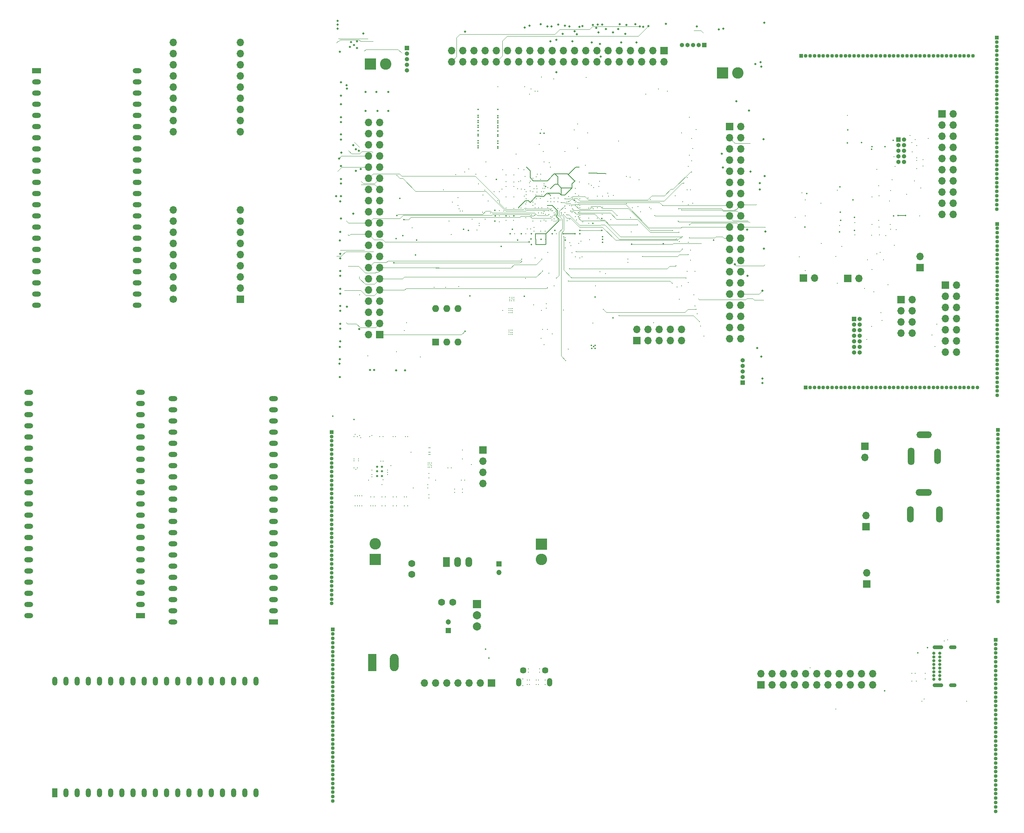
<source format=gbr>
%TF.GenerationSoftware,KiCad,Pcbnew,(7.0.0)*%
%TF.CreationDate,2023-03-18T13:26:34-04:00*%
%TF.ProjectId,FPGAs-Ard_RPi_BB,46504741-732d-4417-9264-5f5250695f42,rev?*%
%TF.SameCoordinates,Original*%
%TF.FileFunction,Copper,L4,Inr*%
%TF.FilePolarity,Positive*%
%FSLAX46Y46*%
G04 Gerber Fmt 4.6, Leading zero omitted, Abs format (unit mm)*
G04 Created by KiCad (PCBNEW (7.0.0)) date 2023-03-18 13:26:34*
%MOMM*%
%LPD*%
G01*
G04 APERTURE LIST*
%TA.AperFunction,ComponentPad*%
%ADD10R,1.000000X1.000000*%
%TD*%
%TA.AperFunction,ComponentPad*%
%ADD11O,1.000000X1.000000*%
%TD*%
%TA.AperFunction,ComponentPad*%
%ADD12C,1.600000*%
%TD*%
%TA.AperFunction,ComponentPad*%
%ADD13R,1.200000X2.000000*%
%TD*%
%TA.AperFunction,ComponentPad*%
%ADD14O,1.200000X2.000000*%
%TD*%
%TA.AperFunction,ComponentPad*%
%ADD15R,0.850000X0.850000*%
%TD*%
%TA.AperFunction,ComponentPad*%
%ADD16O,0.850000X0.850000*%
%TD*%
%TA.AperFunction,ComponentPad*%
%ADD17R,1.700000X1.700000*%
%TD*%
%TA.AperFunction,ComponentPad*%
%ADD18O,1.700000X1.700000*%
%TD*%
%TA.AperFunction,ComponentPad*%
%ADD19O,3.708400X1.498600*%
%TD*%
%TA.AperFunction,ComponentPad*%
%ADD20O,1.498600X3.708400*%
%TD*%
%TA.AperFunction,ComponentPad*%
%ADD21C,0.700000*%
%TD*%
%TA.AperFunction,ComponentPad*%
%ADD22O,2.400000X0.900000*%
%TD*%
%TA.AperFunction,ComponentPad*%
%ADD23O,1.700000X0.900000*%
%TD*%
%TA.AperFunction,ComponentPad*%
%ADD24R,1.200000X1.200000*%
%TD*%
%TA.AperFunction,ComponentPad*%
%ADD25C,1.200000*%
%TD*%
%TA.AperFunction,ComponentPad*%
%ADD26R,2.000000X1.200000*%
%TD*%
%TA.AperFunction,ComponentPad*%
%ADD27O,2.000000X1.200000*%
%TD*%
%TA.AperFunction,ComponentPad*%
%ADD28R,1.860000X1.860000*%
%TD*%
%TA.AperFunction,ComponentPad*%
%ADD29C,1.860000*%
%TD*%
%TA.AperFunction,ComponentPad*%
%ADD30C,1.700000*%
%TD*%
%TA.AperFunction,ComponentPad*%
%ADD31R,2.600000X2.600000*%
%TD*%
%TA.AperFunction,ComponentPad*%
%ADD32C,2.600000*%
%TD*%
%TA.AperFunction,ComponentPad*%
%ADD33O,1.507998X4.008120*%
%TD*%
%TA.AperFunction,ComponentPad*%
%ADD34O,1.507998X3.507994*%
%TD*%
%TA.AperFunction,ComponentPad*%
%ADD35O,3.507994X1.507998*%
%TD*%
%TA.AperFunction,ComponentPad*%
%ADD36R,1.600000X1.600000*%
%TD*%
%TA.AperFunction,ComponentPad*%
%ADD37O,1.600000X1.600000*%
%TD*%
%TA.AperFunction,ComponentPad*%
%ADD38O,1.200000X1.900000*%
%TD*%
%TA.AperFunction,ComponentPad*%
%ADD39C,1.450000*%
%TD*%
%TA.AperFunction,ComponentPad*%
%ADD40R,1.500000X2.300000*%
%TD*%
%TA.AperFunction,ComponentPad*%
%ADD41O,1.500000X2.300000*%
%TD*%
%TA.AperFunction,ComponentPad*%
%ADD42C,0.500000*%
%TD*%
%TA.AperFunction,ComponentPad*%
%ADD43R,1.980000X3.960000*%
%TD*%
%TA.AperFunction,ComponentPad*%
%ADD44O,1.980000X3.960000*%
%TD*%
%TA.AperFunction,ViaPad*%
%ADD45C,0.101600*%
%TD*%
%TA.AperFunction,ViaPad*%
%ADD46C,0.500000*%
%TD*%
%TA.AperFunction,ViaPad*%
%ADD47C,0.254000*%
%TD*%
%TA.AperFunction,ViaPad*%
%ADD48C,0.355600*%
%TD*%
%TA.AperFunction,ViaPad*%
%ADD49C,0.304800*%
%TD*%
%TA.AperFunction,Conductor*%
%ADD50C,0.058000*%
%TD*%
%TA.AperFunction,Conductor*%
%ADD51C,0.056800*%
%TD*%
%TA.AperFunction,Conductor*%
%ADD52C,0.101600*%
%TD*%
%TA.AperFunction,Conductor*%
%ADD53C,0.203200*%
%TD*%
%TA.AperFunction,Conductor*%
%ADD54C,0.152400*%
%TD*%
G04 APERTURE END LIST*
D10*
%TO.N,Net-(PCIe_J3-TRST#)*%
%TO.C,PCIe_J3_JTAG1*%
X334849999Y-27499999D03*
D11*
%TO.N,Net-(PCIe_J3-TCK)*%
X333579999Y-27499999D03*
%TO.N,Net-(PCIe_J3-TDI)*%
X332309999Y-27499999D03*
%TO.N,Net-(PCIe_J3-TDO)*%
X331039999Y-27499999D03*
%TO.N,Net-(PCIe_J3-TMS)*%
X329769999Y-27499999D03*
%TD*%
D10*
%TO.N,Net-(PCIe_J2-TRST#)*%
%TO.C,PCIe_J2_JTAG1*%
X267299999Y-28189999D03*
D11*
%TO.N,Net-(PCIe_J2-TCK)*%
X267299999Y-29459999D03*
%TO.N,Net-(PCIe_J2-TDI)*%
X267299999Y-30729999D03*
%TO.N,Net-(PCIe_J2-TDO)*%
X267299999Y-31999999D03*
%TO.N,Net-(PCIe_J2-TMS)*%
X267299999Y-33269999D03*
%TD*%
D10*
%TO.N,Net-(PCIe_J1-TRST#)*%
%TO.C,PCIe_J1_JTAG1*%
X343599999Y-104309999D03*
D11*
%TO.N,Net-(PCIe_J1-TCK)*%
X343599999Y-103039999D03*
%TO.N,Net-(PCIe_J1-TDI)*%
X343599999Y-101769999D03*
%TO.N,Net-(PCIe_J1-TDO)*%
X343599999Y-100499999D03*
%TO.N,Net-(PCIe_J1-TMS)*%
X343599999Y-99229999D03*
%TD*%
D12*
%TO.N,Net-(PWR_DC_IN1-Pin_1)*%
%TO.C,PR_C9*%
X268400000Y-145450000D03*
%TO.N,GND*%
X268400000Y-147950000D03*
%TD*%
D13*
%TO.N,unconnected-(U2-3V3-Pad1)*%
%TO.C,U2*%
X187279999Y-197599999D03*
D14*
%TO.N,unconnected-(U2-CHIP_PU-Pad2)*%
X189819999Y-197599999D03*
%TO.N,unconnected-(U2-SENSOR_VP{slash}GPIO36{slash}ADC1_CH0-Pad3)*%
X192359999Y-197599999D03*
%TO.N,unconnected-(U2-SENSOR_VN{slash}GPIO39{slash}ADC1_CH3-Pad4)*%
X194899999Y-197599999D03*
%TO.N,unconnected-(U2-VDET_1{slash}GPIO34{slash}ADC1_CH6-Pad5)*%
X197439999Y-197599999D03*
%TO.N,unconnected-(U2-VDET_2{slash}GPIO35{slash}ADC1_CH7-Pad6)*%
X199979999Y-197599999D03*
%TO.N,unconnected-(U2-32K_XP{slash}GPIO32{slash}ADC1_CH4-Pad7)*%
X202519999Y-197599999D03*
%TO.N,unconnected-(U2-32K_XN{slash}GPIO33{slash}ADC1_CH5-Pad8)*%
X205059999Y-197599999D03*
%TO.N,unconnected-(U2-DAC_1{slash}ADC2_CH8{slash}GPIO25-Pad9)*%
X207599999Y-197599999D03*
%TO.N,unconnected-(U2-DAC_2{slash}ADC2_CH9{slash}GPIO26-Pad10)*%
X210139999Y-197599999D03*
%TO.N,unconnected-(U2-ADC2_CH7{slash}GPIO27-Pad11)*%
X212679999Y-197599999D03*
%TO.N,unconnected-(U2-MTMS{slash}GPIO14{slash}ADC2_CH6-Pad12)*%
X215219999Y-197599999D03*
%TO.N,unconnected-(U2-MTDI{slash}GPIO12{slash}ADC2_CH5-Pad13)*%
X217759999Y-197599999D03*
%TO.N,GND*%
X220299999Y-197599999D03*
%TO.N,unconnected-(U2-MTCK{slash}GPIO13{slash}ADC2_CH4-Pad15)*%
X222839999Y-197599999D03*
%TO.N,unconnected-(U2-SD_DATA2{slash}GPIO9-Pad16)*%
X225379999Y-197599999D03*
%TO.N,unconnected-(U2-SD_DATA3{slash}GPIO10-Pad17)*%
X227919999Y-197599999D03*
%TO.N,unconnected-(U2-CMD-Pad18)*%
X230459999Y-197599999D03*
%TO.N,unconnected-(U2-5V-Pad19)*%
X232999999Y-197599999D03*
%TO.N,unconnected-(U2-SD_CLK{slash}GPIO6-Pad20)*%
X232997279Y-172203679D03*
%TO.N,unconnected-(U2-SD_DATA0{slash}GPIO7-Pad21)*%
X230457279Y-172203679D03*
%TO.N,unconnected-(U2-SD_DATA1{slash}GPIO8-Pad22)*%
X227919999Y-172199999D03*
%TO.N,unconnected-(U2-MTDO{slash}GPIO15{slash}ADC2_CH3-Pad23)*%
X225379999Y-172199999D03*
%TO.N,unconnected-(U2-ADC2_CH2{slash}GPIO2-Pad24)*%
X222839999Y-172199999D03*
%TO.N,unconnected-(U2-GPIO0{slash}BOOT{slash}ADC2_CH1-Pad25)*%
X220299999Y-172199999D03*
%TO.N,unconnected-(U2-ADC2_CH0{slash}GPIO4-Pad26)*%
X217759999Y-172199999D03*
%TO.N,unconnected-(U2-GPIO16-Pad27)*%
X215219999Y-172199999D03*
%TO.N,unconnected-(U2-GPIO17-Pad28)*%
X212679999Y-172199999D03*
%TO.N,unconnected-(U2-GPIO5-Pad29)*%
X210139999Y-172199999D03*
%TO.N,unconnected-(U2-GPIO18-Pad30)*%
X207599999Y-172199999D03*
%TO.N,unconnected-(U2-GPIO19-Pad31)*%
X205059999Y-172199999D03*
%TO.N,GND*%
X202519999Y-172199999D03*
%TO.N,unconnected-(U2-GPIO21-Pad33)*%
X199979999Y-172199999D03*
%TO.N,unconnected-(U2-U0RXD{slash}GPIO3-Pad34)*%
X197439999Y-172199999D03*
%TO.N,unconnected-(U2-U0TXD{slash}GPIO1-Pad35)*%
X194899999Y-172199999D03*
%TO.N,unconnected-(U2-GPIO22-Pad36)*%
X192359999Y-172199999D03*
%TO.N,unconnected-(U2-GPIO23-Pad37)*%
X189819999Y-172199999D03*
%TO.N,GND*%
X187279999Y-172199999D03*
%TD*%
D15*
%TO.N,unconnected-(BO_9-Pin_1-Pad1)*%
%TO.C,BO_9*%
X356927999Y-29971999D03*
D16*
%TO.N,unconnected-(BO_9-Pin_2-Pad2)*%
X357927999Y-29971999D03*
%TO.N,unconnected-(BO_9-Pin_3-Pad3)*%
X358927999Y-29971999D03*
%TO.N,unconnected-(BO_9-Pin_4-Pad4)*%
X359927999Y-29971999D03*
%TO.N,unconnected-(BO_9-Pin_5-Pad5)*%
X360927999Y-29971999D03*
%TO.N,unconnected-(BO_9-Pin_6-Pad6)*%
X361927999Y-29971999D03*
%TO.N,unconnected-(BO_9-Pin_7-Pad7)*%
X362927999Y-29971999D03*
%TO.N,unconnected-(BO_9-Pin_8-Pad8)*%
X363927999Y-29971999D03*
%TO.N,unconnected-(BO_9-Pin_9-Pad9)*%
X364927999Y-29971999D03*
%TO.N,unconnected-(BO_9-Pin_10-Pad10)*%
X365927999Y-29971999D03*
%TO.N,unconnected-(BO_9-Pin_11-Pad11)*%
X366927999Y-29971999D03*
%TO.N,unconnected-(BO_9-Pin_12-Pad12)*%
X367927999Y-29971999D03*
%TO.N,unconnected-(BO_9-Pin_13-Pad13)*%
X368927999Y-29971999D03*
%TO.N,unconnected-(BO_9-Pin_14-Pad14)*%
X369927999Y-29971999D03*
%TO.N,unconnected-(BO_9-Pin_15-Pad15)*%
X370927999Y-29971999D03*
%TO.N,unconnected-(BO_9-Pin_16-Pad16)*%
X371927999Y-29971999D03*
%TO.N,unconnected-(BO_9-Pin_17-Pad17)*%
X372927999Y-29971999D03*
%TO.N,unconnected-(BO_9-Pin_18-Pad18)*%
X373927999Y-29971999D03*
%TO.N,unconnected-(BO_9-Pin_19-Pad19)*%
X374927999Y-29971999D03*
%TO.N,unconnected-(BO_9-Pin_20-Pad20)*%
X375927999Y-29971999D03*
%TO.N,unconnected-(BO_9-Pin_21-Pad21)*%
X376927999Y-29971999D03*
%TO.N,unconnected-(BO_9-Pin_22-Pad22)*%
X377927999Y-29971999D03*
%TO.N,unconnected-(BO_9-Pin_23-Pad23)*%
X378927999Y-29971999D03*
%TO.N,unconnected-(BO_9-Pin_24-Pad24)*%
X379927999Y-29971999D03*
%TO.N,unconnected-(BO_9-Pin_25-Pad25)*%
X380927999Y-29971999D03*
%TO.N,unconnected-(BO_9-Pin_26-Pad26)*%
X381927999Y-29971999D03*
%TO.N,unconnected-(BO_9-Pin_27-Pad27)*%
X382927999Y-29971999D03*
%TO.N,unconnected-(BO_9-Pin_28-Pad28)*%
X383927999Y-29971999D03*
%TO.N,unconnected-(BO_9-Pin_29-Pad29)*%
X384927999Y-29971999D03*
%TO.N,unconnected-(BO_9-Pin_30-Pad30)*%
X385927999Y-29971999D03*
%TO.N,unconnected-(BO_9-Pin_31-Pad31)*%
X386927999Y-29971999D03*
%TO.N,unconnected-(BO_9-Pin_32-Pad32)*%
X387927999Y-29971999D03*
%TO.N,unconnected-(BO_9-Pin_33-Pad33)*%
X388927999Y-29971999D03*
%TO.N,unconnected-(BO_9-Pin_34-Pad34)*%
X389927999Y-29971999D03*
%TO.N,unconnected-(BO_9-Pin_35-Pad35)*%
X390927999Y-29971999D03*
%TO.N,unconnected-(BO_9-Pin_36-Pad36)*%
X391927999Y-29971999D03*
%TO.N,unconnected-(BO_9-Pin_37-Pad37)*%
X392927999Y-29971999D03*
%TO.N,unconnected-(BO_9-Pin_38-Pad38)*%
X393927999Y-29971999D03*
%TO.N,unconnected-(BO_9-Pin_39-Pad39)*%
X394927999Y-29971999D03*
%TO.N,unconnected-(BO_9-Pin_40-Pad40)*%
X395927999Y-29971999D03*
%TD*%
D15*
%TO.N,unconnected-(BO_6-Pin_1-Pad1)*%
%TO.C,BO_6*%
X401573999Y-115063999D03*
D16*
%TO.N,unconnected-(BO_6-Pin_2-Pad2)*%
X401573999Y-116063999D03*
%TO.N,unconnected-(BO_6-Pin_3-Pad3)*%
X401573999Y-117063999D03*
%TO.N,unconnected-(BO_6-Pin_4-Pad4)*%
X401573999Y-118063999D03*
%TO.N,unconnected-(BO_6-Pin_5-Pad5)*%
X401573999Y-119063999D03*
%TO.N,unconnected-(BO_6-Pin_6-Pad6)*%
X401573999Y-120063999D03*
%TO.N,unconnected-(BO_6-Pin_7-Pad7)*%
X401573999Y-121063999D03*
%TO.N,unconnected-(BO_6-Pin_8-Pad8)*%
X401573999Y-122063999D03*
%TO.N,unconnected-(BO_6-Pin_9-Pad9)*%
X401573999Y-123063999D03*
%TO.N,unconnected-(BO_6-Pin_10-Pad10)*%
X401573999Y-124063999D03*
%TO.N,unconnected-(BO_6-Pin_11-Pad11)*%
X401573999Y-125063999D03*
%TO.N,unconnected-(BO_6-Pin_12-Pad12)*%
X401573999Y-126063999D03*
%TO.N,unconnected-(BO_6-Pin_13-Pad13)*%
X401573999Y-127063999D03*
%TO.N,unconnected-(BO_6-Pin_14-Pad14)*%
X401573999Y-128063999D03*
%TO.N,unconnected-(BO_6-Pin_15-Pad15)*%
X401573999Y-129063999D03*
%TO.N,unconnected-(BO_6-Pin_16-Pad16)*%
X401573999Y-130063999D03*
%TO.N,unconnected-(BO_6-Pin_17-Pad17)*%
X401573999Y-131063999D03*
%TO.N,unconnected-(BO_6-Pin_18-Pad18)*%
X401573999Y-132063999D03*
%TO.N,unconnected-(BO_6-Pin_19-Pad19)*%
X401573999Y-133063999D03*
%TO.N,unconnected-(BO_6-Pin_20-Pad20)*%
X401573999Y-134063999D03*
%TO.N,unconnected-(BO_6-Pin_21-Pad21)*%
X401573999Y-135063999D03*
%TO.N,unconnected-(BO_6-Pin_22-Pad22)*%
X401573999Y-136063999D03*
%TO.N,unconnected-(BO_6-Pin_23-Pad23)*%
X401573999Y-137063999D03*
%TO.N,unconnected-(BO_6-Pin_24-Pad24)*%
X401573999Y-138063999D03*
%TO.N,unconnected-(BO_6-Pin_25-Pad25)*%
X401573999Y-139063999D03*
%TO.N,unconnected-(BO_6-Pin_26-Pad26)*%
X401573999Y-140063999D03*
%TO.N,unconnected-(BO_6-Pin_27-Pad27)*%
X401573999Y-141063999D03*
%TO.N,unconnected-(BO_6-Pin_28-Pad28)*%
X401573999Y-142063999D03*
%TO.N,unconnected-(BO_6-Pin_29-Pad29)*%
X401573999Y-143063999D03*
%TO.N,unconnected-(BO_6-Pin_30-Pad30)*%
X401573999Y-144063999D03*
%TO.N,unconnected-(BO_6-Pin_31-Pad31)*%
X401573999Y-145063999D03*
%TO.N,unconnected-(BO_6-Pin_32-Pad32)*%
X401573999Y-146063999D03*
%TO.N,unconnected-(BO_6-Pin_33-Pad33)*%
X401573999Y-147063999D03*
%TO.N,unconnected-(BO_6-Pin_34-Pad34)*%
X401573999Y-148063999D03*
%TO.N,unconnected-(BO_6-Pin_35-Pad35)*%
X401573999Y-149063999D03*
%TO.N,unconnected-(BO_6-Pin_36-Pad36)*%
X401573999Y-150063999D03*
%TO.N,unconnected-(BO_6-Pin_37-Pad37)*%
X401573999Y-151063999D03*
%TO.N,unconnected-(BO_6-Pin_38-Pad38)*%
X401573999Y-152063999D03*
%TO.N,unconnected-(BO_6-Pin_39-Pad39)*%
X401573999Y-153063999D03*
%TO.N,unconnected-(BO_6-Pin_40-Pad40)*%
X401573999Y-154063999D03*
%TD*%
D15*
%TO.N,unconnected-(BO_5-Pin_1-Pad1)*%
%TO.C,BO_5*%
X401065999Y-162815999D03*
D16*
%TO.N,unconnected-(BO_5-Pin_2-Pad2)*%
X401065999Y-163815999D03*
%TO.N,unconnected-(BO_5-Pin_3-Pad3)*%
X401065999Y-164815999D03*
%TO.N,unconnected-(BO_5-Pin_4-Pad4)*%
X401065999Y-165815999D03*
%TO.N,unconnected-(BO_5-Pin_5-Pad5)*%
X401065999Y-166815999D03*
%TO.N,unconnected-(BO_5-Pin_6-Pad6)*%
X401065999Y-167815999D03*
%TO.N,unconnected-(BO_5-Pin_7-Pad7)*%
X401065999Y-168815999D03*
%TO.N,unconnected-(BO_5-Pin_8-Pad8)*%
X401065999Y-169815999D03*
%TO.N,unconnected-(BO_5-Pin_9-Pad9)*%
X401065999Y-170815999D03*
%TO.N,unconnected-(BO_5-Pin_10-Pad10)*%
X401065999Y-171815999D03*
%TO.N,unconnected-(BO_5-Pin_11-Pad11)*%
X401065999Y-172815999D03*
%TO.N,unconnected-(BO_5-Pin_12-Pad12)*%
X401065999Y-173815999D03*
%TO.N,unconnected-(BO_5-Pin_13-Pad13)*%
X401065999Y-174815999D03*
%TO.N,unconnected-(BO_5-Pin_14-Pad14)*%
X401065999Y-175815999D03*
%TO.N,unconnected-(BO_5-Pin_15-Pad15)*%
X401065999Y-176815999D03*
%TO.N,unconnected-(BO_5-Pin_16-Pad16)*%
X401065999Y-177815999D03*
%TO.N,unconnected-(BO_5-Pin_17-Pad17)*%
X401065999Y-178815999D03*
%TO.N,unconnected-(BO_5-Pin_18-Pad18)*%
X401065999Y-179815999D03*
%TO.N,unconnected-(BO_5-Pin_19-Pad19)*%
X401065999Y-180815999D03*
%TO.N,unconnected-(BO_5-Pin_20-Pad20)*%
X401065999Y-181815999D03*
%TO.N,unconnected-(BO_5-Pin_21-Pad21)*%
X401065999Y-182815999D03*
%TO.N,unconnected-(BO_5-Pin_22-Pad22)*%
X401065999Y-183815999D03*
%TO.N,unconnected-(BO_5-Pin_23-Pad23)*%
X401065999Y-184815999D03*
%TO.N,unconnected-(BO_5-Pin_24-Pad24)*%
X401065999Y-185815999D03*
%TO.N,unconnected-(BO_5-Pin_25-Pad25)*%
X401065999Y-186815999D03*
%TO.N,unconnected-(BO_5-Pin_26-Pad26)*%
X401065999Y-187815999D03*
%TO.N,unconnected-(BO_5-Pin_27-Pad27)*%
X401065999Y-188815999D03*
%TO.N,unconnected-(BO_5-Pin_28-Pad28)*%
X401065999Y-189815999D03*
%TO.N,unconnected-(BO_5-Pin_29-Pad29)*%
X401065999Y-190815999D03*
%TO.N,unconnected-(BO_5-Pin_30-Pad30)*%
X401065999Y-191815999D03*
%TO.N,unconnected-(BO_5-Pin_31-Pad31)*%
X401065999Y-192815999D03*
%TO.N,unconnected-(BO_5-Pin_32-Pad32)*%
X401065999Y-193815999D03*
%TO.N,unconnected-(BO_5-Pin_33-Pad33)*%
X401065999Y-194815999D03*
%TO.N,unconnected-(BO_5-Pin_34-Pad34)*%
X401065999Y-195815999D03*
%TO.N,unconnected-(BO_5-Pin_35-Pad35)*%
X401065999Y-196815999D03*
%TO.N,unconnected-(BO_5-Pin_36-Pad36)*%
X401065999Y-197815999D03*
%TO.N,unconnected-(BO_5-Pin_37-Pad37)*%
X401065999Y-198815999D03*
%TO.N,unconnected-(BO_5-Pin_38-Pad38)*%
X401065999Y-199815999D03*
%TO.N,unconnected-(BO_5-Pin_39-Pad39)*%
X401065999Y-200815999D03*
%TO.N,unconnected-(BO_5-Pin_40-Pad40)*%
X401065999Y-201815999D03*
%TD*%
D15*
%TO.N,unconnected-(BO_7-Pin_1-Pad1)*%
%TO.C,BO_7*%
X401399999Y-68199999D03*
D16*
%TO.N,unconnected-(BO_7-Pin_2-Pad2)*%
X401399999Y-69199999D03*
%TO.N,unconnected-(BO_7-Pin_3-Pad3)*%
X401399999Y-70199999D03*
%TO.N,unconnected-(BO_7-Pin_4-Pad4)*%
X401399999Y-71199999D03*
%TO.N,unconnected-(BO_7-Pin_5-Pad5)*%
X401399999Y-72199999D03*
%TO.N,unconnected-(BO_7-Pin_6-Pad6)*%
X401399999Y-73199999D03*
%TO.N,unconnected-(BO_7-Pin_7-Pad7)*%
X401399999Y-74199999D03*
%TO.N,unconnected-(BO_7-Pin_8-Pad8)*%
X401399999Y-75199999D03*
%TO.N,unconnected-(BO_7-Pin_9-Pad9)*%
X401399999Y-76199999D03*
%TO.N,unconnected-(BO_7-Pin_10-Pad10)*%
X401399999Y-77199999D03*
%TO.N,unconnected-(BO_7-Pin_11-Pad11)*%
X401399999Y-78199999D03*
%TO.N,unconnected-(BO_7-Pin_12-Pad12)*%
X401399999Y-79199999D03*
%TO.N,unconnected-(BO_7-Pin_13-Pad13)*%
X401399999Y-80199999D03*
%TO.N,unconnected-(BO_7-Pin_14-Pad14)*%
X401399999Y-81199999D03*
%TO.N,unconnected-(BO_7-Pin_15-Pad15)*%
X401399999Y-82199999D03*
%TO.N,unconnected-(BO_7-Pin_16-Pad16)*%
X401399999Y-83199999D03*
%TO.N,unconnected-(BO_7-Pin_17-Pad17)*%
X401399999Y-84199999D03*
%TO.N,unconnected-(BO_7-Pin_18-Pad18)*%
X401399999Y-85199999D03*
%TO.N,unconnected-(BO_7-Pin_19-Pad19)*%
X401399999Y-86199999D03*
%TO.N,unconnected-(BO_7-Pin_20-Pad20)*%
X401399999Y-87199999D03*
%TO.N,unconnected-(BO_7-Pin_21-Pad21)*%
X401399999Y-88199999D03*
%TO.N,unconnected-(BO_7-Pin_22-Pad22)*%
X401399999Y-89199999D03*
%TO.N,unconnected-(BO_7-Pin_23-Pad23)*%
X401399999Y-90199999D03*
%TO.N,unconnected-(BO_7-Pin_24-Pad24)*%
X401399999Y-91199999D03*
%TO.N,unconnected-(BO_7-Pin_25-Pad25)*%
X401399999Y-92199999D03*
%TO.N,unconnected-(BO_7-Pin_26-Pad26)*%
X401399999Y-93199999D03*
%TO.N,unconnected-(BO_7-Pin_27-Pad27)*%
X401399999Y-94199999D03*
%TO.N,unconnected-(BO_7-Pin_28-Pad28)*%
X401399999Y-95199999D03*
%TO.N,unconnected-(BO_7-Pin_29-Pad29)*%
X401399999Y-96199999D03*
%TO.N,unconnected-(BO_7-Pin_30-Pad30)*%
X401399999Y-97199999D03*
%TO.N,unconnected-(BO_7-Pin_31-Pad31)*%
X401399999Y-98199999D03*
%TO.N,unconnected-(BO_7-Pin_32-Pad32)*%
X401399999Y-99199999D03*
%TO.N,unconnected-(BO_7-Pin_33-Pad33)*%
X401399999Y-100199999D03*
%TO.N,unconnected-(BO_7-Pin_34-Pad34)*%
X401399999Y-101199999D03*
%TO.N,unconnected-(BO_7-Pin_35-Pad35)*%
X401399999Y-102199999D03*
%TO.N,unconnected-(BO_7-Pin_36-Pad36)*%
X401399999Y-103199999D03*
%TO.N,unconnected-(BO_7-Pin_37-Pad37)*%
X401399999Y-104199999D03*
%TO.N,unconnected-(BO_7-Pin_38-Pad38)*%
X401399999Y-105199999D03*
%TO.N,unconnected-(BO_7-Pin_39-Pad39)*%
X401399999Y-106199999D03*
%TO.N,unconnected-(BO_7-Pin_40-Pad40)*%
X401399999Y-107199999D03*
%TD*%
D17*
%TO.N,unconnected-(QSPI_JTAG1-PRGM_B0-Pad1)*%
%TO.C,QSPI_JTAG1*%
X319549999Y-94749999D03*
D18*
%TO.N,/Xilinx_FPGAs/FLASH_SPI_DQ1*%
X319549999Y-92209999D03*
%TO.N,/Xilinx_FPGAs/FLASH_SPI_DQ3*%
X322089999Y-94749999D03*
%TO.N,unconnected-(QSPI_JTAG1-CLK-Pad4)*%
X322089999Y-92209999D03*
%TO.N,/Xilinx_FPGAs/FLASH_SPI_DQ2*%
X324629999Y-94749999D03*
%TO.N,GND*%
X324629999Y-92209999D03*
%TO.N,unconnected-(QSPI_JTAG1-SPI_CS-Pad7)*%
X327169999Y-94749999D03*
%TO.N,+3V3*%
X327169999Y-92209999D03*
%TO.N,/Xilinx_FPGAs/FLASH_SPI_DQ0*%
X329709999Y-94749999D03*
%TO.N,unconnected-(QSPI_JTAG1-NC-Pad10)*%
X329709999Y-92209999D03*
%TD*%
D17*
%TO.N,+5VD*%
%TO.C,FPGA_PWR_J1*%
X284547499Y-119605999D03*
D18*
%TO.N,unconnected-(FPGA_PWR_J1-Pin_2-Pad2)*%
X284547499Y-122145999D03*
%TO.N,/Powering_Options/PGOOD*%
X284547499Y-124685999D03*
%TO.N,GND*%
X284547499Y-127225999D03*
%TD*%
D19*
%TO.N,GND*%
%TO.C,DC_PWR_J1*%
X384733889Y-129304909D03*
D20*
X388283887Y-134304899D03*
%TO.N,Net-(DC_J1-Pin_2)*%
X381683890Y-134304899D03*
%TD*%
D21*
%TO.N,GND*%
%TO.C,USB3_TypeC1*%
X387015000Y-171800000D03*
%TO.N,VBUS*%
X387015000Y-170950000D03*
%TO.N,Net-(USB3_TypeC1-CC1)*%
X387015000Y-170100000D03*
%TO.N,Net-(USB3_TypeC_J1-Pin_6)*%
X387015000Y-169250000D03*
%TO.N,Net-(USB3_TypeC_J1-Pin_7)*%
X387015000Y-168400000D03*
%TO.N,Net-(USB3_TypeC1-SBU1)*%
X387015000Y-167550000D03*
%TO.N,VBUS*%
X387015000Y-166700000D03*
%TO.N,GND*%
X387015000Y-165850000D03*
X388365000Y-165850000D03*
%TO.N,VBUS*%
X388365000Y-166700000D03*
%TO.N,Net-(USB3_TypeC1-CC2)*%
X388365000Y-167550000D03*
%TO.N,Net-(USB3_TypeC_J1-Pin_17)*%
X388365000Y-168400000D03*
%TO.N,Net-(USB3_TypeC_J1-Pin_18)*%
X388365000Y-169250000D03*
%TO.N,Net-(USB3_TypeC1-SBU2)*%
X388365000Y-170100000D03*
%TO.N,VBUS*%
X388365000Y-170950000D03*
%TO.N,GND*%
X388365000Y-171800000D03*
D22*
X387994999Y-173149999D03*
D23*
X391374999Y-173149999D03*
D22*
X387994999Y-164499999D03*
D23*
X391374999Y-164499999D03*
%TD*%
D17*
%TO.N,/Xilinx_FPGAs/IO_L7P_T1_D09_14*%
%TO.C,FPGA_J2*%
X340624999Y-46089999D03*
D18*
%TO.N,/Xilinx_FPGAs/IO_L12N_T1_MRCC_14*%
X343164999Y-46089999D03*
%TO.N,/Xilinx_FPGAs/IO_L7N_T1_D10_14*%
X340624999Y-48629999D03*
%TO.N,/Xilinx_FPGAs/IO_L12P_T1_MRCC_14*%
X343164999Y-48629999D03*
%TO.N,/Xilinx_FPGAs/IO_L4N_T0_D05_14*%
X340624999Y-51169999D03*
%TO.N,/Xilinx_FPGAs/Y1_CLK_OUT_N*%
X343164999Y-51169999D03*
%TO.N,/Xilinx_FPGAs/IO_L5P_T0_D06_14*%
X340624999Y-53709999D03*
%TO.N,/Xilinx_FPGAs/Y1_CLK_OUT_P*%
X343164999Y-53709999D03*
%TO.N,/Xilinx_FPGAs/IO_L3P_T0_DQS_PUDC_B_14*%
X340624999Y-56249999D03*
%TO.N,/Xilinx_FPGAs/IO_L17N_T2_D29_14*%
X343164999Y-56249999D03*
%TO.N,/Xilinx_FPGAs/IO_L3N_T0_DQS_EMCCLK_14*%
X340624999Y-58789999D03*
%TO.N,/Xilinx_FPGAs/IO_L11N_T1_SRCC_14*%
X343164999Y-58789999D03*
%TO.N,/Xilinx_FPGAs/FLASH_SPI_DQ3*%
X340624999Y-61329999D03*
%TO.N,/Xilinx_FPGAs/IO_L11P_T1_SRCC_14*%
X343164999Y-61329999D03*
%TO.N,/Xilinx_FPGAs/IO_L4P_T0_D04_14*%
X340624999Y-63869999D03*
%TO.N,/Xilinx_FPGAs/IO_L14N_T2_SRCC_14*%
X343164999Y-63869999D03*
%TO.N,/Xilinx_FPGAs/IO_L5N_T0_D07_14*%
X340624999Y-66409999D03*
%TO.N,/Xilinx_FPGAs/IO_L16N_T2_D31_14*%
X343164999Y-66409999D03*
%TO.N,/Xilinx_FPGAs/IO_L25_14*%
X340624999Y-68949999D03*
%TO.N,/Xilinx_FPGAs/IO_L16P_T2_D31_14*%
X343164999Y-68949999D03*
%TO.N,unconnected-(FPGA_J2-Pin_21-Pad21)*%
X340624999Y-71489999D03*
%TO.N,/Xilinx_FPGAs/IO_L10N_T1_D15_14*%
X343164999Y-71489999D03*
%TO.N,unconnected-(FPGA_J2-Pin_23-Pad23)*%
X340624999Y-74029999D03*
%TO.N,/Xilinx_FPGAs/IO_L10P_T1_D14_14*%
X343164999Y-74029999D03*
%TO.N,unconnected-(FPGA_J2-Pin_25-Pad25)*%
X340624999Y-76569999D03*
%TO.N,/Xilinx_FPGAs/IO_L8N_T1_D12_14*%
X343164999Y-76569999D03*
%TO.N,unconnected-(FPGA_J2-Pin_27-Pad27)*%
X340624999Y-79109999D03*
%TO.N,/Xilinx_FPGAs/IO_L14P_T2_SRCC_14*%
X343164999Y-79109999D03*
%TO.N,unconnected-(FPGA_J2-Pin_29-Pad29)*%
X340624999Y-81649999D03*
%TO.N,/Xilinx_FPGAs/IO_L15N_T2_DQS_DOUT_CSO_B_14*%
X343164999Y-81649999D03*
%TO.N,unconnected-(FPGA_J2-Pin_31-Pad31)*%
X340624999Y-84189999D03*
%TO.N,/Xilinx_FPGAs/IO_L15P_T2_DQS_RDWR_B_14*%
X343164999Y-84189999D03*
%TO.N,unconnected-(FPGA_J2-Pin_33-Pad33)*%
X340624999Y-86729999D03*
%TO.N,/Xilinx_FPGAs/IO_L9N_T1_DQS_RDWR_B_14*%
X343164999Y-86729999D03*
%TO.N,unconnected-(FPGA_J2-Pin_35-Pad35)*%
X340624999Y-89269999D03*
%TO.N,/Xilinx_FPGAs/IO_L9P_T1_DQS_14*%
X343164999Y-89269999D03*
%TO.N,unconnected-(FPGA_J2-Pin_37-Pad37)*%
X340624999Y-91809999D03*
%TO.N,/Xilinx_FPGAs/IO_L8P_T1_D11_14*%
X343164999Y-91809999D03*
%TO.N,unconnected-(FPGA_J2-Pin_39-Pad39)*%
X340624999Y-94349999D03*
%TO.N,/Xilinx_FPGAs/IO_L13N_T2_MRCC_14*%
X343164999Y-94349999D03*
%TD*%
D12*
%TO.N,+5VD*%
%TO.C,PR_C5*%
X277710000Y-154231100D03*
%TO.N,GND*%
X275210000Y-154231100D03*
%TD*%
D24*
%TO.N,+3V3*%
%TO.C,PR_C6*%
X276709999Y-160731099D03*
D25*
%TO.N,GND*%
X276710000Y-158731100D03*
%TD*%
D26*
%TO.N,unconnected-(U5-3V3-Pad1)*%
%TO.C,U5*%
X206799999Y-157343439D03*
D27*
%TO.N,unconnected-(U5-GPIO0{slash}BOOT-Pad2)*%
X206799999Y-154803439D03*
%TO.N,unconnected-(U5-GPIO1{slash}ADC1_CH0-Pad3)*%
X206799999Y-152263439D03*
%TO.N,unconnected-(U5-GPIO2{slash}ADC1_CH1-Pad4)*%
X206799999Y-149723439D03*
%TO.N,unconnected-(U5-GPIO3{slash}ADC1_CH2-Pad5)*%
X206799999Y-147183439D03*
%TO.N,unconnected-(U5-GPIO4{slash}ADC1_CH3-Pad6)*%
X206799999Y-144643439D03*
%TO.N,unconnected-(U5-GPIO5{slash}ADC1_CH4-Pad7)*%
X206799999Y-142103439D03*
%TO.N,unconnected-(U5-GPIO6{slash}ADC1_CH5-Pad8)*%
X206799999Y-139563439D03*
%TO.N,unconnected-(U5-GPIO7{slash}ADC1_CH6-Pad9)*%
X206799999Y-137023439D03*
%TO.N,unconnected-(U5-GPIO8{slash}ADC1_CH7-Pad10)*%
X206799999Y-134483439D03*
%TO.N,unconnected-(U5-GPIO9{slash}ADC1_CH8-Pad11)*%
X206799999Y-131943439D03*
%TO.N,unconnected-(U5-GPIO10{slash}ADC1_CH9-Pad12)*%
X206799999Y-129403439D03*
%TO.N,unconnected-(U5-GPIO11{slash}ADC2_CH0-Pad13)*%
X206799999Y-126863439D03*
%TO.N,unconnected-(U5-GPIO12{slash}ADC2_CH1-Pad14)*%
X206799999Y-124323439D03*
%TO.N,unconnected-(U5-GPIO13{slash}ADC2_CH2-Pad15)*%
X206799999Y-121783439D03*
%TO.N,unconnected-(U5-GPIO14{slash}ADC2_CH3-Pad16)*%
X206799999Y-119243439D03*
%TO.N,unconnected-(U5-GPIO15{slash}ADC2_CH4{slash}XTAL_32K_P-Pad17)*%
X206799999Y-116703439D03*
%TO.N,unconnected-(U5-GPIO16{slash}ADC2_CH5{slash}XTAL_32K_N-Pad18)*%
X206799999Y-114163439D03*
%TO.N,unconnected-(U5-ADC2_CH7{slash}DAC_2{slash}GPIO17-Pad19)*%
X206799999Y-111623439D03*
%TO.N,unconnected-(U5-5V-Pad20)*%
X206799999Y-109083439D03*
%TO.N,GND*%
X206799999Y-106543439D03*
%TO.N,unconnected-(U5-ADC2_CH6{slash}DAC_1{slash}GPIO18-Pad22)*%
X181399999Y-106543439D03*
%TO.N,unconnected-(U5-USB_D-{slash}ADC2_CH8{slash}GPIO19-Pad23)*%
X181399999Y-109083439D03*
%TO.N,unconnected-(U5-USB_D+{slash}ADC2_CH9{slash}GPIO20-Pad24)*%
X181399999Y-111623439D03*
%TO.N,unconnected-(U5-GPIO21-Pad25)*%
X181399999Y-114163439D03*
%TO.N,unconnected-(U5-SPI_CS1{slash}GPIO26-Pad26)*%
X181399999Y-116703439D03*
%TO.N,unconnected-(U5-GPIO33-Pad27)*%
X181399999Y-119243439D03*
%TO.N,unconnected-(U5-GPIO34-Pad28)*%
X181399999Y-121783439D03*
%TO.N,unconnected-(U5-GPIO35-Pad29)*%
X181399999Y-124323439D03*
%TO.N,unconnected-(U5-GPIO36-Pad30)*%
X181399999Y-126863439D03*
%TO.N,unconnected-(U5-GPIO37-Pad31)*%
X181399999Y-129403439D03*
%TO.N,unconnected-(U5-GPIO38-Pad32)*%
X181399999Y-131943439D03*
%TO.N,unconnected-(U5-MTCK{slash}JTAG{slash}GPIO39-Pad33)*%
X181399999Y-134483439D03*
%TO.N,unconnected-(U5-MTDI{slash}JTAG{slash}GPIO41-Pad34)*%
X181399999Y-137023439D03*
%TO.N,unconnected-(U5-MTDO{slash}JTAG{slash}GPIO40-Pad35)*%
X181399999Y-139563439D03*
%TO.N,unconnected-(U5-MTMS{slash}JTAG{slash}GPIO42-Pad36)*%
X181399999Y-142103439D03*
%TO.N,unconnected-(U5-GPIO43{slash}U0TXD{slash}PROG-Pad37)*%
X181399999Y-144643439D03*
%TO.N,unconnected-(U5-GPIO44{slash}U0RXD{slash}PROG-Pad38)*%
X181399999Y-147183439D03*
%TO.N,unconnected-(U5-GPIO45-Pad39)*%
X181399999Y-149723439D03*
%TO.N,unconnected-(U5-GPIO46-Pad40)*%
X181399999Y-152263439D03*
%TO.N,unconnected-(U5-CHIP{slash}PU{slash}RESET-Pad41)*%
X181399999Y-154803439D03*
%TO.N,GND*%
X181399999Y-157343439D03*
%TD*%
D28*
%TO.N,+5VD*%
%TO.C,PR_U3_3V1*%
X283209999Y-154685999D03*
D29*
%TO.N,GND*%
X283210000Y-157226000D03*
%TO.N,+3V3*%
X283210000Y-159766000D03*
%TD*%
D17*
%TO.N,unconnected-(USB3_TypeC_J1-Pin_1-Pad1)*%
%TO.C,USB3_TypeC_J1*%
X347754999Y-173039999D03*
D18*
%TO.N,Net-(USB3_TypeC1-TX1+)*%
X347754999Y-170499999D03*
%TO.N,Net-(USB3_TypeC1-TX1-)*%
X350294999Y-173039999D03*
%TO.N,VBUS*%
X350294999Y-170499999D03*
%TO.N,Net-(USB3_TypeC1-CC1)*%
X352834999Y-173039999D03*
%TO.N,Net-(USB3_TypeC_J1-Pin_6)*%
X352834999Y-170499999D03*
%TO.N,Net-(USB3_TypeC_J1-Pin_7)*%
X355374999Y-173039999D03*
%TO.N,Net-(USB3_TypeC1-SBU1)*%
X355374999Y-170499999D03*
%TO.N,unconnected-(USB3_TypeC_J1-Pin_9-Pad9)*%
X357914999Y-173039999D03*
%TO.N,Net-(USB3_TypeC1-RX2-)*%
X357914999Y-170499999D03*
%TO.N,Net-(USB3_TypeC1-RX2+)*%
X360454999Y-173039999D03*
%TO.N,unconnected-(USB3_TypeC_J1-Pin_12-Pad12)*%
X360454999Y-170499999D03*
%TO.N,Net-(USB3_TypeC1-TX2+)*%
X362994999Y-173039999D03*
%TO.N,Net-(USB3_TypeC1-TX2-)*%
X362994999Y-170499999D03*
%TO.N,unconnected-(USB3_TypeC_J1-Pin_15-Pad15)*%
X365534999Y-173039999D03*
%TO.N,Net-(USB3_TypeC1-CC2)*%
X365534999Y-170499999D03*
%TO.N,Net-(USB3_TypeC_J1-Pin_17)*%
X368074999Y-173039999D03*
%TO.N,Net-(USB3_TypeC_J1-Pin_18)*%
X368074999Y-170499999D03*
%TO.N,Net-(USB3_TypeC1-SBU2)*%
X370614999Y-173039999D03*
%TO.N,unconnected-(USB3_TypeC_J1-Pin_20-Pad20)*%
X370614999Y-170499999D03*
%TO.N,Net-(USB3_TypeC1-RX1-)*%
X373154999Y-173039999D03*
%TO.N,Net-(USB3_TypeC1-RX1+)*%
X373154999Y-170499999D03*
%TD*%
D17*
%TO.N,VBUS*%
%TO.C,J_USB_uB2*%
X286494999Y-172600999D03*
D18*
%TO.N,Net-(J_USB_uB1-D-)*%
X283954999Y-172600999D03*
%TO.N,Net-(J_USB_uB1-D+)*%
X281414999Y-172600999D03*
%TO.N,Net-(J_USB_uB1-ID)*%
X278874999Y-172600999D03*
%TO.N,GND*%
X276334999Y-172600999D03*
X273794999Y-172600999D03*
%TO.N,+3V3*%
X271254999Y-172600999D03*
%TD*%
D17*
%TO.N,unconnected-(Digilent_Cmod_S7-D_IO_1-Pad1)*%
%TO.C,Digilent_Cmod_S7*%
X229439999Y-85339999D03*
D18*
%TO.N,unconnected-(Digilent_Cmod_S7-D_IO_2-Pad2)*%
X229439999Y-82799999D03*
%TO.N,unconnected-(Digilent_Cmod_S7-D_IO_3-Pad3)*%
X229439999Y-80259999D03*
%TO.N,unconnected-(Digilent_Cmod_S7-D_IO_4-Pad4)*%
X229439999Y-77719999D03*
%TO.N,unconnected-(Digilent_Cmod_S7-D_IO_5-Pad5)*%
X229439999Y-75179999D03*
%TO.N,unconnected-(Digilent_Cmod_S7-D_IO_6-Pad6)*%
X229439999Y-72639999D03*
%TO.N,unconnected-(Digilent_Cmod_S7-D_IO_7-Pad7)*%
X229439999Y-70099999D03*
%TO.N,unconnected-(Digilent_Cmod_S7-D_IO_8-Pad8)*%
X229439999Y-67559999D03*
%TO.N,unconnected-(Digilent_Cmod_S7-D_IO_9-Pad9)*%
X229439999Y-65019999D03*
%TO.N,unconnected-(Digilent_Cmod_S7-D_IO_10-Pad16)*%
X229439999Y-47239999D03*
%TO.N,unconnected-(Digilent_Cmod_S7-D_IO_11-Pad17)*%
X229439999Y-44699999D03*
%TO.N,unconnected-(Digilent_Cmod_S7-D_IO_12-Pad18)*%
X229439999Y-42159999D03*
%TO.N,unconnected-(Digilent_Cmod_S7-D_IO_13-Pad19)*%
X229439999Y-39619999D03*
%TO.N,unconnected-(Digilent_Cmod_S7-D_IO_14-Pad20)*%
X229439999Y-37079999D03*
%TO.N,unconnected-(Digilent_Cmod_S7-D_IO_15-Pad21)*%
X229439999Y-34539999D03*
%TO.N,unconnected-(Digilent_Cmod_S7-D_IO_16-Pad22)*%
X229439999Y-31999999D03*
%TO.N,unconnected-(Digilent_Cmod_S7-D_IO_17-Pad23)*%
X229439999Y-29459999D03*
%TO.N,unconnected-(Digilent_Cmod_S7-VU-Pad24)*%
X229439999Y-26919999D03*
%TO.N,unconnected-(Digilent_Cmod_S7-GND-Pad25)*%
X214199999Y-26919999D03*
%TO.N,unconnected-(Digilent_Cmod_S7-D_IO_18-Pad26)*%
X214199999Y-29459999D03*
%TO.N,unconnected-(Digilent_Cmod_S7-D_IO_19-Pad27)*%
X214199999Y-31999999D03*
%TO.N,unconnected-(Digilent_Cmod_S7-D_IO_20-Pad28)*%
X214199999Y-34539999D03*
%TO.N,unconnected-(Digilent_Cmod_S7-D_IO_21-Pad29)*%
X214199999Y-37079999D03*
%TO.N,unconnected-(Digilent_Cmod_S7-D_IO_22-Pad30)*%
X214199999Y-39619999D03*
%TO.N,unconnected-(Digilent_Cmod_S7-D_IO_23-Pad31)*%
X214199999Y-42159999D03*
%TO.N,unconnected-(Digilent_Cmod_S7-A_IO_2-Pad32)*%
X214199999Y-44699999D03*
%TO.N,unconnected-(Digilent_Cmod_S7-A_IO_1-Pad33)*%
X214199999Y-47239999D03*
%TO.N,unconnected-(Digilent_Cmod_S7-D_IO_24-Pad40)*%
X214199999Y-65019999D03*
%TO.N,unconnected-(Digilent_Cmod_S7-D_IO_25-Pad41)*%
X214199999Y-67559999D03*
%TO.N,unconnected-(Digilent_Cmod_S7-D_IO_26-Pad42)*%
X214199999Y-70099999D03*
%TO.N,unconnected-(Digilent_Cmod_S7-D_IO_27-Pad43)*%
X214199999Y-72639999D03*
%TO.N,unconnected-(Digilent_Cmod_S7-D_IO_28-Pad44)*%
X214199999Y-75179999D03*
%TO.N,unconnected-(Digilent_Cmod_S7-D_IO_29-Pad45)*%
X214199999Y-77719999D03*
%TO.N,unconnected-(Digilent_Cmod_S7-D_IO_30-Pad46)*%
X214199999Y-80259999D03*
%TO.N,unconnected-(Digilent_Cmod_S7-D_IO_31-Pad47)*%
X214199999Y-82799999D03*
D30*
%TO.N,unconnected-(Digilent_Cmod_S7-D_IO_32-Pad48)*%
X214200000Y-85340000D03*
%TD*%
D15*
%TO.N,unconnected-(BO_16-Pin_1-Pad1)*%
%TO.C,BO_16*%
X357919999Y-105409999D03*
D16*
%TO.N,unconnected-(BO_16-Pin_2-Pad2)*%
X358919999Y-105409999D03*
%TO.N,unconnected-(BO_16-Pin_3-Pad3)*%
X359919999Y-105409999D03*
%TO.N,unconnected-(BO_16-Pin_4-Pad4)*%
X360919999Y-105409999D03*
%TO.N,unconnected-(BO_16-Pin_5-Pad5)*%
X361919999Y-105409999D03*
%TO.N,unconnected-(BO_16-Pin_6-Pad6)*%
X362919999Y-105409999D03*
%TO.N,unconnected-(BO_16-Pin_7-Pad7)*%
X363919999Y-105409999D03*
%TO.N,unconnected-(BO_16-Pin_8-Pad8)*%
X364919999Y-105409999D03*
%TO.N,unconnected-(BO_16-Pin_9-Pad9)*%
X365919999Y-105409999D03*
%TO.N,unconnected-(BO_16-Pin_10-Pad10)*%
X366919999Y-105409999D03*
%TO.N,unconnected-(BO_16-Pin_11-Pad11)*%
X367919999Y-105409999D03*
%TO.N,unconnected-(BO_16-Pin_12-Pad12)*%
X368919999Y-105409999D03*
%TO.N,unconnected-(BO_16-Pin_13-Pad13)*%
X369919999Y-105409999D03*
%TO.N,unconnected-(BO_16-Pin_14-Pad14)*%
X370919999Y-105409999D03*
%TO.N,unconnected-(BO_16-Pin_15-Pad15)*%
X371919999Y-105409999D03*
%TO.N,unconnected-(BO_16-Pin_16-Pad16)*%
X372919999Y-105409999D03*
%TO.N,unconnected-(BO_16-Pin_17-Pad17)*%
X373919999Y-105409999D03*
%TO.N,unconnected-(BO_16-Pin_18-Pad18)*%
X374919999Y-105409999D03*
%TO.N,unconnected-(BO_16-Pin_19-Pad19)*%
X375919999Y-105409999D03*
%TO.N,unconnected-(BO_16-Pin_20-Pad20)*%
X376919999Y-105409999D03*
%TO.N,unconnected-(BO_16-Pin_21-Pad21)*%
X377919999Y-105409999D03*
%TO.N,unconnected-(BO_16-Pin_22-Pad22)*%
X378919999Y-105409999D03*
%TO.N,unconnected-(BO_16-Pin_23-Pad23)*%
X379919999Y-105409999D03*
%TO.N,unconnected-(BO_16-Pin_24-Pad24)*%
X380919999Y-105409999D03*
%TO.N,unconnected-(BO_16-Pin_25-Pad25)*%
X381919999Y-105409999D03*
%TO.N,unconnected-(BO_16-Pin_26-Pad26)*%
X382919999Y-105409999D03*
%TO.N,unconnected-(BO_16-Pin_27-Pad27)*%
X383919999Y-105409999D03*
%TO.N,unconnected-(BO_16-Pin_28-Pad28)*%
X384919999Y-105409999D03*
%TO.N,unconnected-(BO_16-Pin_29-Pad29)*%
X385919999Y-105409999D03*
%TO.N,unconnected-(BO_16-Pin_30-Pad30)*%
X386919999Y-105409999D03*
%TO.N,unconnected-(BO_16-Pin_31-Pad31)*%
X387919999Y-105409999D03*
%TO.N,unconnected-(BO_16-Pin_32-Pad32)*%
X388919999Y-105409999D03*
%TO.N,unconnected-(BO_16-Pin_33-Pad33)*%
X389919999Y-105409999D03*
%TO.N,unconnected-(BO_16-Pin_34-Pad34)*%
X390919999Y-105409999D03*
%TO.N,unconnected-(BO_16-Pin_35-Pad35)*%
X391919999Y-105409999D03*
%TO.N,unconnected-(BO_16-Pin_36-Pad36)*%
X392919999Y-105409999D03*
%TO.N,unconnected-(BO_16-Pin_37-Pad37)*%
X393919999Y-105409999D03*
%TO.N,unconnected-(BO_16-Pin_38-Pad38)*%
X394919999Y-105409999D03*
%TO.N,unconnected-(BO_16-Pin_39-Pad39)*%
X395919999Y-105409999D03*
%TO.N,unconnected-(BO_16-Pin_40-Pad40)*%
X396919999Y-105409999D03*
%TD*%
D26*
%TO.N,unconnected-(U4-3V3-Pad1)*%
%TO.C,U4*%
X236999999Y-158739999D03*
D27*
%TO.N,unconnected-(U4-GPIO0{slash}BOOT-Pad2)*%
X236999999Y-156199999D03*
%TO.N,unconnected-(U4-GPIO1{slash}TOUCH1{slash}ADC1_CH0-Pad3)*%
X236999999Y-153659999D03*
%TO.N,unconnected-(U4-GPIO2{slash}TOUCH2{slash}ADC1_CH1-Pad4)*%
X236999999Y-151119999D03*
%TO.N,unconnected-(U4-GPIO3{slash}TOUCH3{slash}ADC1_CH2-Pad5)*%
X236999999Y-148579999D03*
%TO.N,unconnected-(U4-GPIO4{slash}TOUCH4{slash}ADC1_CH3-Pad6)*%
X236999999Y-146039999D03*
%TO.N,unconnected-(U4-GPIO5{slash}TOUCH5{slash}ADC1_CH4-Pad7)*%
X236999999Y-143499999D03*
%TO.N,unconnected-(U4-GPIO6{slash}TOUCH6{slash}ADC1_CH5-Pad8)*%
X236999999Y-140959999D03*
%TO.N,unconnected-(U4-GPIO7{slash}TOUCH7{slash}ADC1_CH6-Pad9)*%
X236999999Y-138419999D03*
%TO.N,unconnected-(U4-GPIO8{slash}TOUCH8{slash}ADC1_CH7-Pad10)*%
X236999999Y-135879999D03*
%TO.N,unconnected-(U4-GPIO9{slash}TOUCH9{slash}ADC1_CH8{slash}FSPIHD-Pad11)*%
X236999999Y-133339999D03*
%TO.N,unconnected-(U4-GPIO10{slash}TOUCH10{slash}ADC1_CH9{slash}FSPICS0{slash}FSPIIO4-Pad12)*%
X236999999Y-130799999D03*
%TO.N,unconnected-(U4-GPIO11{slash}TOUCH11{slash}ADC2_CH0{slash}FSPID{slash}FSPIIO5-Pad13)*%
X236999999Y-128259999D03*
%TO.N,unconnected-(U4-GPIO12{slash}TOUCH12{slash}ADC2_CH1{slash}FSPICLK{slash}FSPIIO6-Pad14)*%
X236999999Y-125719999D03*
%TO.N,unconnected-(U4-GPIO13{slash}TOUCH13{slash}ADC2_CH2{slash}FSPIQ{slash}FSPIIO7-Pad15)*%
X236999999Y-123179999D03*
%TO.N,unconnected-(U4-GPIO14{slash}TOUCH14{slash}ADC2_CH3{slash}FSPIWP{slash}FSPIDQS-Pad16)*%
X236999999Y-120639999D03*
%TO.N,unconnected-(U4-GPIO15{slash}U0RTS{slash}ADC2_CH4{slash}XTAL_32K_P-Pad17)*%
X236999999Y-118099999D03*
%TO.N,unconnected-(U4-GPIO16{slash}U0CTS{slash}ADC2_CH5{slash}XTAL_32K_N-Pad18)*%
X236999999Y-115559999D03*
%TO.N,unconnected-(U4-GPIO17{slash}U1TXD{slash}ADC2_CH6{slash}DAC_1-Pad19)*%
X236999999Y-113019999D03*
%TO.N,unconnected-(U4-5V0-Pad20)*%
X237003679Y-110482719D03*
%TO.N,GND*%
X237003679Y-107942719D03*
%TO.N,unconnected-(U4-GPIO18{slash}U1RXD{slash}ADC2_CH7{slash}DAC_2{slash}CLK_OUT3{slash}RGB_LED-Pad22)*%
X214143679Y-107942719D03*
%TO.N,unconnected-(U4-GPIO19{slash}U1RTS{slash}ADC2_CH8{slash}CLK_OUT2{slash}USB_D--Pad23)*%
X214139999Y-110482719D03*
%TO.N,unconnected-(U4-GPIO20{slash}U1CTS{slash}ADC2_CH9{slash}CLK_OUT1{slash}USB_D+-Pad24)*%
X214139999Y-113022719D03*
%TO.N,unconnected-(U4-GPIO21-Pad25)*%
X214139999Y-115562719D03*
%TO.N,unconnected-(U4-GPIO26-Pad26)*%
X214139999Y-118102719D03*
%TO.N,unconnected-(U4-GPIO33-Pad27)*%
X214139999Y-120642719D03*
%TO.N,unconnected-(U4-GPIO34-Pad28)*%
X214139999Y-123182719D03*
%TO.N,unconnected-(U4-GPIO35-Pad29)*%
X214139999Y-125722719D03*
%TO.N,unconnected-(U4-GPIO36-Pad30)*%
X214139999Y-128262719D03*
%TO.N,unconnected-(U4-GPIO37-Pad31)*%
X214139999Y-130802719D03*
%TO.N,unconnected-(U4-GPIO38-Pad32)*%
X214139999Y-133342719D03*
%TO.N,unconnected-(U4-MTCK{slash}JTAG{slash}GPIO39-Pad33)*%
X214139999Y-135882719D03*
%TO.N,unconnected-(U4-MTDO{slash}JTAG{slash}GPIO40-Pad34)*%
X214139999Y-138422719D03*
%TO.N,unconnected-(U4-MTDI{slash}JTAG{slash}GPIO41-Pad35)*%
X214139999Y-140962719D03*
%TO.N,unconnected-(U4-MTMS{slash}JTAG{slash}GPIO42-Pad36)*%
X214139999Y-143502719D03*
%TO.N,unconnected-(U4-U0TXD{slash}GPIO43{slash}CLK_OUT1-Pad37)*%
X214139999Y-146042719D03*
%TO.N,unconnected-(U4-U0RXD{slash}GPIO44{slash}CLK_OUT2-Pad38)*%
X214139999Y-148582719D03*
%TO.N,unconnected-(U4-GPIO45{slash}VSPI-Pad39)*%
X214139999Y-151122719D03*
%TO.N,unconnected-(U4-GPIO46{slash}LOG-Pad40)*%
X214139999Y-153662719D03*
%TO.N,unconnected-(U4-~{RST}-Pad41)*%
X214139999Y-156202719D03*
%TO.N,GND*%
X214139999Y-158742719D03*
%TD*%
D15*
%TO.N,unconnected-(BO_4-Pin_1-Pad1)*%
%TO.C,BO_4*%
X250443999Y-160481999D03*
D16*
%TO.N,unconnected-(BO_4-Pin_2-Pad2)*%
X250443999Y-161481999D03*
%TO.N,unconnected-(BO_4-Pin_3-Pad3)*%
X250443999Y-162481999D03*
%TO.N,unconnected-(BO_4-Pin_4-Pad4)*%
X250443999Y-163481999D03*
%TO.N,unconnected-(BO_4-Pin_5-Pad5)*%
X250443999Y-164481999D03*
%TO.N,unconnected-(BO_4-Pin_6-Pad6)*%
X250443999Y-165481999D03*
%TO.N,unconnected-(BO_4-Pin_7-Pad7)*%
X250443999Y-166481999D03*
%TO.N,unconnected-(BO_4-Pin_8-Pad8)*%
X250443999Y-167481999D03*
%TO.N,unconnected-(BO_4-Pin_9-Pad9)*%
X250443999Y-168481999D03*
%TO.N,unconnected-(BO_4-Pin_10-Pad10)*%
X250443999Y-169481999D03*
%TO.N,unconnected-(BO_4-Pin_11-Pad11)*%
X250443999Y-170481999D03*
%TO.N,unconnected-(BO_4-Pin_12-Pad12)*%
X250443999Y-171481999D03*
%TO.N,unconnected-(BO_4-Pin_13-Pad13)*%
X250443999Y-172481999D03*
%TO.N,unconnected-(BO_4-Pin_14-Pad14)*%
X250443999Y-173481999D03*
%TO.N,unconnected-(BO_4-Pin_15-Pad15)*%
X250443999Y-174481999D03*
%TO.N,unconnected-(BO_4-Pin_16-Pad16)*%
X250443999Y-175481999D03*
%TO.N,unconnected-(BO_4-Pin_17-Pad17)*%
X250443999Y-176481999D03*
%TO.N,unconnected-(BO_4-Pin_18-Pad18)*%
X250443999Y-177481999D03*
%TO.N,unconnected-(BO_4-Pin_19-Pad19)*%
X250443999Y-178481999D03*
%TO.N,unconnected-(BO_4-Pin_20-Pad20)*%
X250443999Y-179481999D03*
%TO.N,unconnected-(BO_4-Pin_21-Pad21)*%
X250443999Y-180481999D03*
%TO.N,unconnected-(BO_4-Pin_22-Pad22)*%
X250443999Y-181481999D03*
%TO.N,unconnected-(BO_4-Pin_23-Pad23)*%
X250443999Y-182481999D03*
%TO.N,unconnected-(BO_4-Pin_24-Pad24)*%
X250443999Y-183481999D03*
%TO.N,unconnected-(BO_4-Pin_25-Pad25)*%
X250443999Y-184481999D03*
%TO.N,unconnected-(BO_4-Pin_26-Pad26)*%
X250443999Y-185481999D03*
%TO.N,unconnected-(BO_4-Pin_27-Pad27)*%
X250443999Y-186481999D03*
%TO.N,unconnected-(BO_4-Pin_28-Pad28)*%
X250443999Y-187481999D03*
%TO.N,unconnected-(BO_4-Pin_29-Pad29)*%
X250443999Y-188481999D03*
%TO.N,unconnected-(BO_4-Pin_30-Pad30)*%
X250443999Y-189481999D03*
%TO.N,unconnected-(BO_4-Pin_31-Pad31)*%
X250443999Y-190481999D03*
%TO.N,unconnected-(BO_4-Pin_32-Pad32)*%
X250443999Y-191481999D03*
%TO.N,unconnected-(BO_4-Pin_33-Pad33)*%
X250443999Y-192481999D03*
%TO.N,unconnected-(BO_4-Pin_34-Pad34)*%
X250443999Y-193481999D03*
%TO.N,unconnected-(BO_4-Pin_35-Pad35)*%
X250443999Y-194481999D03*
%TO.N,unconnected-(BO_4-Pin_36-Pad36)*%
X250443999Y-195481999D03*
%TO.N,unconnected-(BO_4-Pin_37-Pad37)*%
X250443999Y-196481999D03*
%TO.N,unconnected-(BO_4-Pin_38-Pad38)*%
X250443999Y-197481999D03*
%TO.N,unconnected-(BO_4-Pin_39-Pad39)*%
X250443999Y-198481999D03*
%TO.N,unconnected-(BO_4-Pin_40-Pad40)*%
X250443999Y-199481999D03*
%TD*%
D15*
%TO.N,unconnected-(BO_8-Pin_1-Pad1)*%
%TO.C,BO_8*%
X401319999Y-25813999D03*
D16*
%TO.N,unconnected-(BO_8-Pin_2-Pad2)*%
X401319999Y-26813999D03*
%TO.N,unconnected-(BO_8-Pin_3-Pad3)*%
X401319999Y-27813999D03*
%TO.N,unconnected-(BO_8-Pin_4-Pad4)*%
X401319999Y-28813999D03*
%TO.N,unconnected-(BO_8-Pin_5-Pad5)*%
X401319999Y-29813999D03*
%TO.N,unconnected-(BO_8-Pin_6-Pad6)*%
X401319999Y-30813999D03*
%TO.N,unconnected-(BO_8-Pin_7-Pad7)*%
X401319999Y-31813999D03*
%TO.N,unconnected-(BO_8-Pin_8-Pad8)*%
X401319999Y-32813999D03*
%TO.N,unconnected-(BO_8-Pin_9-Pad9)*%
X401319999Y-33813999D03*
%TO.N,unconnected-(BO_8-Pin_10-Pad10)*%
X401319999Y-34813999D03*
%TO.N,unconnected-(BO_8-Pin_11-Pad11)*%
X401319999Y-35813999D03*
%TO.N,unconnected-(BO_8-Pin_12-Pad12)*%
X401319999Y-36813999D03*
%TO.N,unconnected-(BO_8-Pin_13-Pad13)*%
X401319999Y-37813999D03*
%TO.N,unconnected-(BO_8-Pin_14-Pad14)*%
X401319999Y-38813999D03*
%TO.N,unconnected-(BO_8-Pin_15-Pad15)*%
X401319999Y-39813999D03*
%TO.N,unconnected-(BO_8-Pin_16-Pad16)*%
X401319999Y-40813999D03*
%TO.N,unconnected-(BO_8-Pin_17-Pad17)*%
X401319999Y-41813999D03*
%TO.N,unconnected-(BO_8-Pin_18-Pad18)*%
X401319999Y-42813999D03*
%TO.N,unconnected-(BO_8-Pin_19-Pad19)*%
X401319999Y-43813999D03*
%TO.N,unconnected-(BO_8-Pin_20-Pad20)*%
X401319999Y-44813999D03*
%TO.N,unconnected-(BO_8-Pin_21-Pad21)*%
X401319999Y-45813999D03*
%TO.N,unconnected-(BO_8-Pin_22-Pad22)*%
X401319999Y-46813999D03*
%TO.N,unconnected-(BO_8-Pin_23-Pad23)*%
X401319999Y-47813999D03*
%TO.N,unconnected-(BO_8-Pin_24-Pad24)*%
X401319999Y-48813999D03*
%TO.N,unconnected-(BO_8-Pin_25-Pad25)*%
X401319999Y-49813999D03*
%TO.N,unconnected-(BO_8-Pin_26-Pad26)*%
X401319999Y-50813999D03*
%TO.N,unconnected-(BO_8-Pin_27-Pad27)*%
X401319999Y-51813999D03*
%TO.N,unconnected-(BO_8-Pin_28-Pad28)*%
X401319999Y-52813999D03*
%TO.N,unconnected-(BO_8-Pin_29-Pad29)*%
X401319999Y-53813999D03*
%TO.N,unconnected-(BO_8-Pin_30-Pad30)*%
X401319999Y-54813999D03*
%TO.N,unconnected-(BO_8-Pin_31-Pad31)*%
X401319999Y-55813999D03*
%TO.N,unconnected-(BO_8-Pin_32-Pad32)*%
X401319999Y-56813999D03*
%TO.N,unconnected-(BO_8-Pin_33-Pad33)*%
X401319999Y-57813999D03*
%TO.N,unconnected-(BO_8-Pin_34-Pad34)*%
X401319999Y-58813999D03*
%TO.N,unconnected-(BO_8-Pin_35-Pad35)*%
X401319999Y-59813999D03*
%TO.N,unconnected-(BO_8-Pin_36-Pad36)*%
X401319999Y-60813999D03*
%TO.N,unconnected-(BO_8-Pin_37-Pad37)*%
X401319999Y-61813999D03*
%TO.N,unconnected-(BO_8-Pin_38-Pad38)*%
X401319999Y-62813999D03*
%TO.N,unconnected-(BO_8-Pin_39-Pad39)*%
X401319999Y-63813999D03*
%TO.N,unconnected-(BO_8-Pin_40-Pad40)*%
X401319999Y-64813999D03*
%TD*%
D31*
%TO.N,+12V*%
%TO.C,12V_J1*%
X258999999Y-31799999D03*
D32*
%TO.N,GND*%
X262500000Y-31800000D03*
%TD*%
D31*
%TO.N,Net-(PWR_DC_IN1-Pin_1)*%
%TO.C,PWR_DC_IN1*%
X260099999Y-144499999D03*
D32*
%TO.N,GND*%
X260100000Y-141000000D03*
%TD*%
D17*
%TO.N,Net-(PWR_OUT2-Pin_1)*%
%TO.C,PWR_OUT2*%
X357424999Y-80499999D03*
D18*
%TO.N,GND*%
X359964999Y-80499999D03*
%TD*%
D15*
%TO.N,unconnected-(BO_3-Pin_1-Pad1)*%
%TO.C,BO_3*%
X250189999Y-115555999D03*
D16*
%TO.N,unconnected-(BO_3-Pin_2-Pad2)*%
X250189999Y-116555999D03*
%TO.N,unconnected-(BO_3-Pin_3-Pad3)*%
X250189999Y-117555999D03*
%TO.N,unconnected-(BO_3-Pin_4-Pad4)*%
X250189999Y-118555999D03*
%TO.N,unconnected-(BO_3-Pin_5-Pad5)*%
X250189999Y-119555999D03*
%TO.N,unconnected-(BO_3-Pin_6-Pad6)*%
X250189999Y-120555999D03*
%TO.N,unconnected-(BO_3-Pin_7-Pad7)*%
X250189999Y-121555999D03*
%TO.N,unconnected-(BO_3-Pin_8-Pad8)*%
X250189999Y-122555999D03*
%TO.N,unconnected-(BO_3-Pin_9-Pad9)*%
X250189999Y-123555999D03*
%TO.N,unconnected-(BO_3-Pin_10-Pad10)*%
X250189999Y-124555999D03*
%TO.N,unconnected-(BO_3-Pin_11-Pad11)*%
X250189999Y-125555999D03*
%TO.N,unconnected-(BO_3-Pin_12-Pad12)*%
X250189999Y-126555999D03*
%TO.N,unconnected-(BO_3-Pin_13-Pad13)*%
X250189999Y-127555999D03*
%TO.N,unconnected-(BO_3-Pin_14-Pad14)*%
X250189999Y-128555999D03*
%TO.N,unconnected-(BO_3-Pin_15-Pad15)*%
X250189999Y-129555999D03*
%TO.N,unconnected-(BO_3-Pin_16-Pad16)*%
X250189999Y-130555999D03*
%TO.N,unconnected-(BO_3-Pin_17-Pad17)*%
X250189999Y-131555999D03*
%TO.N,unconnected-(BO_3-Pin_18-Pad18)*%
X250189999Y-132555999D03*
%TO.N,unconnected-(BO_3-Pin_19-Pad19)*%
X250189999Y-133555999D03*
%TO.N,unconnected-(BO_3-Pin_20-Pad20)*%
X250189999Y-134555999D03*
%TO.N,unconnected-(BO_3-Pin_21-Pad21)*%
X250189999Y-135555999D03*
%TO.N,unconnected-(BO_3-Pin_22-Pad22)*%
X250189999Y-136555999D03*
%TO.N,unconnected-(BO_3-Pin_23-Pad23)*%
X250189999Y-137555999D03*
%TO.N,unconnected-(BO_3-Pin_24-Pad24)*%
X250189999Y-138555999D03*
%TO.N,unconnected-(BO_3-Pin_25-Pad25)*%
X250189999Y-139555999D03*
%TO.N,unconnected-(BO_3-Pin_26-Pad26)*%
X250189999Y-140555999D03*
%TO.N,unconnected-(BO_3-Pin_27-Pad27)*%
X250189999Y-141555999D03*
%TO.N,unconnected-(BO_3-Pin_28-Pad28)*%
X250189999Y-142555999D03*
%TO.N,unconnected-(BO_3-Pin_29-Pad29)*%
X250189999Y-143555999D03*
%TO.N,unconnected-(BO_3-Pin_30-Pad30)*%
X250189999Y-144555999D03*
%TO.N,unconnected-(BO_3-Pin_31-Pad31)*%
X250189999Y-145555999D03*
%TO.N,unconnected-(BO_3-Pin_32-Pad32)*%
X250189999Y-146555999D03*
%TO.N,unconnected-(BO_3-Pin_33-Pad33)*%
X250189999Y-147555999D03*
%TO.N,unconnected-(BO_3-Pin_34-Pad34)*%
X250189999Y-148555999D03*
%TO.N,unconnected-(BO_3-Pin_35-Pad35)*%
X250189999Y-149555999D03*
%TO.N,unconnected-(BO_3-Pin_36-Pad36)*%
X250189999Y-150555999D03*
%TO.N,unconnected-(BO_3-Pin_37-Pad37)*%
X250189999Y-151555999D03*
%TO.N,unconnected-(BO_3-Pin_38-Pad38)*%
X250189999Y-152555999D03*
%TO.N,unconnected-(BO_3-Pin_39-Pad39)*%
X250189999Y-153555999D03*
%TO.N,unconnected-(BO_3-Pin_40-Pad40)*%
X250189999Y-154555999D03*
%TD*%
D33*
%TO.N,Net-(DC_J3-Pin_2)*%
%TO.C,DC_PWR_J3*%
X381838788Y-121054911D03*
D34*
%TO.N,GND*%
X387838789Y-121054911D03*
D35*
X384838787Y-116154910D03*
%TD*%
D17*
%TO.N,GND*%
%TO.C,JTAG7*%
X389678999Y-82084999D03*
D18*
%TO.N,+3V3*%
X392218999Y-82084999D03*
%TO.N,GND*%
X389678999Y-84624999D03*
%TO.N,/Xilinx_FPGAs/FPGA_JTAG_TMS_0*%
X392218999Y-84624999D03*
%TO.N,GND*%
X389678999Y-87164999D03*
%TO.N,/Xilinx_FPGAs/FPGA_JTAG_TCK_0*%
X392218999Y-87164999D03*
%TO.N,GND*%
X389678999Y-89704999D03*
%TO.N,/Xilinx_FPGAs/FPGA_JTAG_TDO_0*%
X392218999Y-89704999D03*
%TO.N,GND*%
X389678999Y-92244999D03*
%TO.N,/Xilinx_FPGAs/FPGA_JTAG_TDI_0*%
X392218999Y-92244999D03*
%TO.N,GND*%
X389678999Y-94784999D03*
%TO.N,unconnected-(JTAG7-NC-Pad12)*%
X392218999Y-94784999D03*
%TO.N,GND*%
X389678999Y-97324999D03*
%TO.N,Net-(JTAG2-~{TRST})*%
X392218999Y-97324999D03*
%TD*%
D36*
%TO.N,Net-(R11-Pad1)*%
%TO.C,SW1*%
X273849999Y-95049999D03*
D37*
%TO.N,Net-(R10-Pad1)*%
X276389999Y-95049999D03*
%TO.N,Net-(R9-Pad1)*%
X278929999Y-95049999D03*
%TO.N,/Xilinx_FPGAs/FPGA_MODE_Pin2*%
X278929999Y-87429999D03*
%TO.N,/Xilinx_FPGAs/FPGA_MODE_Pin1*%
X276389999Y-87429999D03*
%TO.N,/Xilinx_FPGAs/FPGA_MODE_Pin0*%
X273849999Y-87429999D03*
%TD*%
D31*
%TO.N,+12V*%
%TO.C,12V_J3*%
X338999999Y-33899999D03*
D32*
%TO.N,GND*%
X342500000Y-33900000D03*
%TD*%
D17*
%TO.N,/Xilinx_FPGAs/Y2_CLK_OUT*%
%TO.C,FPGA_J1*%
X261124999Y-93409999D03*
D18*
%TO.N,/Xilinx_FPGAs/IO_L17P_T2_D30_14*%
X258584999Y-93409999D03*
%TO.N,/Xilinx_FPGAs/IO_L21N_T3_DQS_34*%
X261124999Y-90869999D03*
%TO.N,/Xilinx_FPGAs/IO_L22N_T3_D20_14*%
X258584999Y-90869999D03*
%TO.N,/Xilinx_FPGAs/IO_L20P_T3_34*%
X261124999Y-88329999D03*
%TO.N,/Xilinx_FPGAs/IO_L22P_T3_D21_14*%
X258584999Y-88329999D03*
%TO.N,/Xilinx_FPGAs/IO_L22N_T3_34*%
X261124999Y-85789999D03*
%TO.N,/Xilinx_FPGAs/IO_L24N_T3_D16_14*%
X258584999Y-85789999D03*
%TO.N,/Xilinx_FPGAs/IO_L13P_T2_MRCC_14*%
X261124999Y-83249999D03*
%TO.N,/Xilinx_FPGAs/IO_L24P_T3_D17_14*%
X258584999Y-83249999D03*
%TO.N,/Xilinx_FPGAs/IO_L19N_T3_D25_VREF_14*%
X261124999Y-80709999D03*
%TO.N,/Xilinx_FPGAs/IO_L23P_T3_34*%
X258584999Y-80709999D03*
%TO.N,/Xilinx_FPGAs/IO_L19P_T3_D26_14*%
X261124999Y-78169999D03*
%TO.N,/Xilinx_FPGAs/IO_L23N_T3_34*%
X258584999Y-78169999D03*
%TO.N,/Xilinx_FPGAs/IO_L19P_T3_34*%
X261124999Y-75629999D03*
%TO.N,/Xilinx_FPGAs/IO_L24P_T3_34*%
X258584999Y-75629999D03*
%TO.N,/Xilinx_FPGAs/IO_L19N_T3_VREF_34*%
X261124999Y-73089999D03*
%TO.N,/Xilinx_FPGAs/IO_L23N_T3_D18_14*%
X258584999Y-73089999D03*
%TO.N,/Xilinx_FPGAs/IO_L20N_T3_34*%
X261124999Y-70549999D03*
%TO.N,/Xilinx_FPGAs/IO_L23P_T3_D19_14*%
X258584999Y-70549999D03*
%TO.N,/Xilinx_FPGAs/IO_L18P_T2_34*%
X261124999Y-68009999D03*
%TO.N,/Xilinx_FPGAs/IO_L21P_T3_DQS_34*%
X258584999Y-68009999D03*
%TO.N,/Xilinx_FPGAs/IO_L17N_T2_34*%
X261124999Y-65469999D03*
%TO.N,/Xilinx_FPGAs/IO_L24N_T3_34*%
X258584999Y-65469999D03*
%TO.N,/Xilinx_FPGAs/IO_L17P_T2_34*%
X261124999Y-62929999D03*
%TO.N,/Xilinx_FPGAs/IO_L22P_T3_34*%
X258584999Y-62929999D03*
%TO.N,/Xilinx_FPGAs/IO_L16P_T2_34*%
X261124999Y-60389999D03*
%TO.N,/Xilinx_FPGAs/IO_L21N_T3_DQS_D22_14*%
X258584999Y-60389999D03*
%TO.N,/Xilinx_FPGAs/DXP_0*%
X261124999Y-57849999D03*
%TO.N,/Xilinx_FPGAs/IO_L21P_T3_DQS_14*%
X258584999Y-57849999D03*
%TO.N,/Xilinx_FPGAs/DXN_0*%
X261124999Y-55309999D03*
%TO.N,/Xilinx_FPGAs/IO_L20N_T3_D23_14*%
X258584999Y-55309999D03*
%TO.N,/Xilinx_FPGAs/PROGRAM_B_0*%
X261124999Y-52769999D03*
%TO.N,/Xilinx_FPGAs/IO_L20P_T3_D24_14*%
X258584999Y-52769999D03*
%TO.N,/Xilinx_FPGAs/IO_L15P_T2_DQS_34*%
X261124999Y-50229999D03*
%TO.N,/Xilinx_FPGAs/IO_L12N_T1_MRCC_34*%
X258584999Y-50229999D03*
%TO.N,unconnected-(FPGA_J1-Pin_37-Pad37)*%
X261124999Y-47689999D03*
%TO.N,unconnected-(FPGA_J1-Pin_38-Pad38)*%
X258584999Y-47689999D03*
%TO.N,unconnected-(FPGA_J1-Pin_39-Pad39)*%
X261124999Y-45149999D03*
%TO.N,unconnected-(FPGA_J1-Pin_40-Pad40)*%
X258584999Y-45149999D03*
%TD*%
D17*
%TO.N,GND*%
%TO.C,DC_J1*%
X371583874Y-137079899D03*
D18*
%TO.N,Net-(DC_J1-Pin_2)*%
X371583874Y-134539899D03*
%TD*%
D24*
%TO.N,Net-(PWR_DC_OUT1-Pin_1)*%
%TO.C,PR_C10*%
X288199999Y-145499999D03*
D25*
%TO.N,GND*%
X288200000Y-147500000D03*
%TD*%
D17*
%TO.N,+3V3*%
%TO.C,JTAG6*%
X388873999Y-43179999D03*
D18*
%TO.N,unconnected-(JTAG6-VCC{slash}NC-Pad2)*%
X391413999Y-43179999D03*
%TO.N,/Xilinx_FPGAs/SRST*%
X388873999Y-45719999D03*
%TO.N,GND*%
X391413999Y-45719999D03*
%TO.N,/Xilinx_FPGAs/FPGA_JTAG_TDI_0*%
X388873999Y-48259999D03*
%TO.N,GND*%
X391413999Y-48259999D03*
%TO.N,/Xilinx_FPGAs/FPGA_JTAG_TMS_0*%
X388873999Y-50799999D03*
%TO.N,GND*%
X391413999Y-50799999D03*
%TO.N,/Xilinx_FPGAs/FPGA_JTAG_TCK_0*%
X388873999Y-53339999D03*
%TO.N,GND*%
X391413999Y-53339999D03*
%TO.N,unconnected-(JTAG6-RTCK-Pad11)*%
X388873999Y-55879999D03*
%TO.N,GND*%
X391413999Y-55879999D03*
%TO.N,/Xilinx_FPGAs/FPGA_JTAG_TDO_0*%
X388873999Y-58419999D03*
%TO.N,GND*%
X391413999Y-58419999D03*
%TO.N,Net-(JTAG2-~{TRST})*%
X388873999Y-60959999D03*
%TO.N,GND*%
X391413999Y-60959999D03*
%TO.N,unconnected-(JTAG6-DBGRQ{slash}NC-Pad17)*%
X388873999Y-63499999D03*
%TO.N,GND*%
X391413999Y-63499999D03*
%TO.N,unconnected-(JTAG6-DBGACK{slash}NC-Pad19)*%
X388873999Y-66039999D03*
%TO.N,GND*%
X391413999Y-66039999D03*
%TD*%
D10*
%TO.N,GND*%
%TO.C,JTAG5*%
X368908999Y-89824999D03*
D11*
%TO.N,+3V3*%
X370178999Y-89824999D03*
%TO.N,GND*%
X368908999Y-91094999D03*
%TO.N,/Xilinx_FPGAs/FPGA_JTAG_TMS_0*%
X370178999Y-91094999D03*
%TO.N,GND*%
X368908999Y-92364999D03*
%TO.N,/Xilinx_FPGAs/FPGA_JTAG_TCK_0*%
X370178999Y-92364999D03*
%TO.N,GND*%
X368908999Y-93634999D03*
%TO.N,/Xilinx_FPGAs/FPGA_JTAG_TDO_0*%
X370178999Y-93634999D03*
%TO.N,GND*%
X368908999Y-94904999D03*
%TO.N,/Xilinx_FPGAs/FPGA_JTAG_TDI_0*%
X370178999Y-94904999D03*
%TO.N,GND*%
X368908999Y-96174999D03*
%TO.N,unconnected-(JTAG5-NC-Pad12)*%
X370178999Y-96174999D03*
%TO.N,GND*%
X368908999Y-97444999D03*
%TO.N,Net-(JTAG2-~{TRST})*%
X370178999Y-97444999D03*
%TD*%
D38*
%TO.N,GND*%
%TO.C,J_USB_uB1*%
X292709999Y-172475999D03*
D39*
X293710000Y-169776000D03*
X298710000Y-169776000D03*
D38*
X299709999Y-172475999D03*
%TD*%
D40*
%TO.N,Net-(PWR_DC_IN1-Pin_1)*%
%TO.C,U_DC_DC1*%
X276252999Y-145107499D03*
D41*
%TO.N,GND*%
X278792999Y-145107499D03*
%TO.N,Net-(PWR_DC_OUT1-Pin_1)*%
X281332999Y-145107499D03*
%TD*%
D26*
%TO.N,Net-(U3-3V3-Pad1)*%
%TO.C,U3*%
X183128679Y-33366159D03*
D27*
X183128679Y-35906159D03*
%TO.N,unconnected-(U3-CHIP_PU-Pad3)*%
X183128679Y-38446159D03*
%TO.N,unconnected-(U3-GPIO4{slash}ADC1_CH3-Pad4)*%
X183128679Y-40986159D03*
%TO.N,unconnected-(U3-GPIO5{slash}ADC1_CH4-Pad5)*%
X183128679Y-43526159D03*
%TO.N,unconnected-(U3-GPIO6{slash}ADC1_CH5-Pad6)*%
X183128679Y-46066159D03*
%TO.N,unconnected-(U3-GPIO7{slash}ADC1_CH6-Pad7)*%
X183128679Y-48606159D03*
%TO.N,unconnected-(U3-GPIO15{slash}ADC2_CH4{slash}32K_P-Pad8)*%
X183128679Y-51146159D03*
%TO.N,unconnected-(U3-GPIO16{slash}ADC2_CH5{slash}32K_N-Pad9)*%
X183128679Y-53686159D03*
%TO.N,unconnected-(U3-GPIO17{slash}ADC2_CH6-Pad10)*%
X183128679Y-56226159D03*
%TO.N,unconnected-(U3-GPIO18{slash}ADC2_CH7-Pad11)*%
X183128679Y-58766159D03*
%TO.N,unconnected-(U3-GPIO8{slash}ADC1_CH7-Pad12)*%
X183128679Y-61306159D03*
%TO.N,unconnected-(U3-GPIO3{slash}ADC1_CH2-Pad13)*%
X183128679Y-63846159D03*
%TO.N,unconnected-(U3-GPIO46-Pad14)*%
X183128679Y-66386159D03*
%TO.N,unconnected-(U3-GPIO9{slash}ADC1_CH8-Pad15)*%
X183128679Y-68926159D03*
%TO.N,unconnected-(U3-GPIO10{slash}ADC1_CH9-Pad16)*%
X183128679Y-71466159D03*
%TO.N,unconnected-(U3-GPIO11{slash}ADC2_CH0-Pad17)*%
X183128679Y-74006159D03*
%TO.N,unconnected-(U3-GPIO12{slash}ADC2_CH1-Pad18)*%
X183128679Y-76546159D03*
%TO.N,unconnected-(U3-GPIO13{slash}ADC2_CH2-Pad19)*%
X183128679Y-79086159D03*
%TO.N,unconnected-(U3-GPIO14{slash}ADC2_CH3-Pad20)*%
X183124999Y-81623439D03*
%TO.N,unconnected-(U3-5V-Pad21)*%
X183124999Y-84163439D03*
%TO.N,GND*%
X183124999Y-86703439D03*
X205988679Y-86706159D03*
X205988679Y-84166159D03*
%TO.N,unconnected-(U3-GPIO19{slash}USB_D--Pad25)*%
X205988679Y-81626159D03*
%TO.N,unconnected-(U3-GPIO20{slash}USB_D+-Pad26)*%
X205988679Y-79086159D03*
%TO.N,unconnected-(U3-GPIO21-Pad27)*%
X205988679Y-76546159D03*
%TO.N,unconnected-(U3-GPIO47-Pad28)*%
X205988679Y-74006159D03*
%TO.N,unconnected-(U3-GPIO48-Pad29)*%
X205988679Y-71466159D03*
%TO.N,unconnected-(U3-GPIO45-Pad30)*%
X205988679Y-68926159D03*
%TO.N,unconnected-(U3-GPIO0-Pad31)*%
X205988679Y-66386159D03*
%TO.N,unconnected-(U3-GPIO35-Pad32)*%
X205988679Y-63846159D03*
%TO.N,unconnected-(U3-GPIO36-Pad33)*%
X205988679Y-61306159D03*
%TO.N,unconnected-(U3-GPIO37-Pad34)*%
X205988679Y-58766159D03*
%TO.N,unconnected-(U3-GPIO38-Pad35)*%
X205988679Y-56226159D03*
%TO.N,unconnected-(U3-GPIO39{slash}MTCK-Pad36)*%
X205988679Y-53686159D03*
%TO.N,unconnected-(U3-GPIO40{slash}MTDO-Pad37)*%
X205988679Y-51146159D03*
%TO.N,unconnected-(U3-GPIO41{slash}MTDI-Pad38)*%
X205988679Y-48606159D03*
%TO.N,unconnected-(U3-GPIO42{slash}MTMS-Pad39)*%
X205988679Y-46066159D03*
%TO.N,unconnected-(U3-GPIO2{slash}ADC1_CH1-Pad40)*%
X205988679Y-43526159D03*
%TO.N,unconnected-(U3-GPIO1{slash}ADC1_CH0-Pad41)*%
X205988679Y-40986159D03*
%TO.N,unconnected-(U3-GPIO44{slash}U0RXD-Pad42)*%
X205988679Y-38446159D03*
%TO.N,unconnected-(U3-GPIO43{slash}U0TXD-Pad43)*%
X205988679Y-35906159D03*
%TO.N,GND*%
X205988679Y-33366159D03*
%TD*%
D17*
%TO.N,/Xilinx_FPGAs/IO_L1P_TO_34*%
%TO.C,FPGA_J3*%
X325744999Y-28749999D03*
D18*
%TO.N,/Xilinx_FPGAs/Y3_CLK_OUT_N*%
X325744999Y-31289999D03*
%TO.N,/Xilinx_FPGAs/IO_L1N_TO_34*%
X323204999Y-28749999D03*
%TO.N,/Xilinx_FPGAs/Y3_CLK_OUT_P*%
X323204999Y-31289999D03*
%TO.N,/Xilinx_FPGAs/IO_L2P_TO_34*%
X320664999Y-28749999D03*
%TO.N,/Xilinx_FPGAs/IO_L16N_T2_34*%
X320664999Y-31289999D03*
%TO.N,/Xilinx_FPGAs/IO_L7P_T1_34*%
X318124999Y-28749999D03*
%TO.N,/Xilinx_FPGAs/CFGBVS_0*%
X318124999Y-31289999D03*
%TO.N,/Xilinx_FPGAs/IO_L6P_TO_34*%
X315584999Y-28749999D03*
%TO.N,/Xilinx_FPGAs/IO_L13P_T2_MRCC_34*%
X315584999Y-31289999D03*
%TO.N,/Xilinx_FPGAs/FLASH_SPI_DQ2*%
X313044999Y-28749999D03*
%TO.N,/Xilinx_FPGAs/IO_L13N_T2_MRCC_34*%
X313044999Y-31289999D03*
%TO.N,/Xilinx_FPGAs/FLASH_SPI_DQ1*%
X310504999Y-28749999D03*
%TO.N,/Xilinx_FPGAs/IO_L14N_T2_SRCC_34*%
X310504999Y-31289999D03*
%TO.N,/Xilinx_FPGAs/FLASH_SPI_DQ0*%
X307964999Y-28749999D03*
%TO.N,/Xilinx_FPGAs/IO_L12P_T1_MRCC_34*%
X307964999Y-31289999D03*
%TO.N,/Xilinx_FPGAs/FLASH_SPI_CS*%
X305424999Y-28749999D03*
%TO.N,/Xilinx_FPGAs/IO_L11P_T1_SRCC_34*%
X305424999Y-31289999D03*
%TO.N,/Xilinx_FPGAs/FLASH_SPI_RESET*%
X302884999Y-28749999D03*
%TO.N,/Xilinx_FPGAs/IO_L11N_T1_SRCC_34*%
X302884999Y-31289999D03*
%TO.N,/Xilinx_FPGAs/IO_L3P_DQS_34*%
X300344999Y-28749999D03*
%TO.N,/Xilinx_FPGAs/IO_L10P_T1_34*%
X300344999Y-31289999D03*
%TO.N,/Xilinx_FPGAs/IO_L3N_DQS_34*%
X297804999Y-28749999D03*
%TO.N,/Xilinx_FPGAs/IO_L10N_T1_34*%
X297804999Y-31289999D03*
%TO.N,/Xilinx_FPGAs/IO_L9N_T1_DQS_34*%
X295264999Y-28749999D03*
%TO.N,/Xilinx_FPGAs/IO_L9P_T1_DQS_34*%
X295264999Y-31289999D03*
%TO.N,/Xilinx_FPGAs/IO_L6N_TO_VREF_34*%
X292724999Y-28749999D03*
%TO.N,/Xilinx_FPGAs/IO_L8P_T1_34*%
X292724999Y-31289999D03*
%TO.N,unconnected-(FPGA_J3-Pin_29-Pad29)*%
X290184999Y-28749999D03*
%TO.N,/Xilinx_FPGAs/IO_L4N_TO_34*%
X290184999Y-31289999D03*
%TO.N,unconnected-(FPGA_J3-Pin_31-Pad31)*%
X287644999Y-28749999D03*
%TO.N,/Xilinx_FPGAs/IO_L2N_TO_34*%
X287644999Y-31289999D03*
%TO.N,unconnected-(FPGA_J3-Pin_33-Pad33)*%
X285104999Y-28749999D03*
%TO.N,/Xilinx_FPGAs/IO_L5N_TO_34*%
X285104999Y-31289999D03*
%TO.N,unconnected-(FPGA_J3-Pin_35-Pad35)*%
X282564999Y-28749999D03*
%TO.N,/Xilinx_FPGAs/IO_L4P_TO_34*%
X282564999Y-31289999D03*
%TO.N,unconnected-(FPGA_J3-Pin_37-Pad37)*%
X280024999Y-28749999D03*
%TO.N,/Xilinx_FPGAs/IO_L7N_TI_34*%
X280024999Y-31289999D03*
%TO.N,unconnected-(FPGA_J3-Pin_39-Pad39)*%
X277484999Y-28749999D03*
%TO.N,/Xilinx_FPGAs/IO_L5P_TO_34*%
X277484999Y-31289999D03*
%TD*%
D17*
%TO.N,GND*%
%TO.C,PWR_OUT1*%
X383899999Y-78174999D03*
D18*
%TO.N,Net-(PWR_OUT1-Pin_2)*%
X383899999Y-75634999D03*
%TD*%
D42*
%TO.N,GND*%
%TO.C,PWR_IC1*%
X260522500Y-123401000D03*
X260522500Y-124476000D03*
X260522500Y-125551000D03*
X261672500Y-123401000D03*
X261672500Y-124476000D03*
X261672500Y-125551000D03*
%TD*%
D17*
%TO.N,/Xilinx_FPGAs/TEST_VPP*%
%TO.C,TEST_VPP_J1*%
X367459999Y-80599999D03*
D18*
%TO.N,GND*%
X369999999Y-80599999D03*
%TD*%
D43*
%TO.N,GND*%
%TO.C,Ext_DC_PWR1*%
X259459999Y-167975999D03*
D44*
%TO.N,VBUS*%
X264459999Y-167975999D03*
%TD*%
D31*
%TO.N,Net-(PWR_DC_OUT1-Pin_1)*%
%TO.C,PWR_DC_OUT1*%
X297854999Y-141049999D03*
D32*
%TO.N,GND*%
X297855000Y-144550000D03*
%TD*%
D17*
%TO.N,GND*%
%TO.C,DC_J2*%
X371833874Y-150079899D03*
D18*
%TO.N,Net-(DC_J2-Pin_2)*%
X371833874Y-147539899D03*
%TD*%
D17*
%TO.N,GND*%
%TO.C,DC_J3*%
X371333874Y-118804899D03*
D18*
%TO.N,Net-(DC_J3-Pin_2)*%
X371333874Y-121344899D03*
%TD*%
D17*
%TO.N,/Xilinx_FPGAs/FPGA_JTAG_TCK_0*%
%TO.C,JTAG2*%
X379559999Y-85459999D03*
D18*
%TO.N,GND*%
X382099999Y-85459999D03*
%TO.N,/Xilinx_FPGAs/FPGA_JTAG_TDO_0*%
X379559999Y-87999999D03*
%TO.N,unconnected-(JTAG2-PGM{slash}NC-Pad4)*%
X382099999Y-87999999D03*
%TO.N,/Xilinx_FPGAs/FPGA_JTAG_TMS_0*%
X379559999Y-90539999D03*
%TO.N,+3V3*%
X382099999Y-90539999D03*
%TO.N,unconnected-(JTAG2-VPUMP-Pad7)*%
X379559999Y-93079999D03*
%TO.N,Net-(JTAG2-~{TRST})*%
X382099999Y-93079999D03*
%TD*%
D10*
%TO.N,+3V3*%
%TO.C,JTAG3*%
X379029999Y-48989999D03*
D11*
%TO.N,/Xilinx_FPGAs/FPGA_JTAG_TMS_0*%
X380299999Y-48989999D03*
%TO.N,GND*%
X379029999Y-50259999D03*
%TO.N,/Xilinx_FPGAs/FPGA_JTAG_TCK_0*%
X380299999Y-50259999D03*
%TO.N,GND*%
X379029999Y-51529999D03*
%TO.N,/Xilinx_FPGAs/FPGA_JTAG_TDO_0*%
X380299999Y-51529999D03*
%TO.N,unconnected-(JTAG3-Pin_7-Pad7)*%
X379029999Y-52799999D03*
%TO.N,/Xilinx_FPGAs/FPGA_JTAG_TDI_0*%
X380299999Y-52799999D03*
%TO.N,unconnected-(JTAG3-Pin_9-Pad9)*%
X379029999Y-54069999D03*
%TO.N,Net-(JTAG2-~{TRST})*%
X380299999Y-54069999D03*
%TD*%
D45*
%TO.N,Net-(PCIe_J2-TDO)*%
X266100000Y-29323300D03*
X257600000Y-28900000D03*
%TO.N,Net-(PCIe_J2-TDI)*%
X251300000Y-27000000D03*
X259600000Y-26700000D03*
X259800000Y-29600000D03*
%TO.N,Net-(PCIe_J2-TCK)*%
X251700000Y-26000000D03*
X258400000Y-26100000D03*
X260000000Y-28900000D03*
%TO.N,Net-(PCIe_J2-TMS)*%
X256300000Y-34200000D03*
X255300000Y-30100000D03*
%TO.N,Net-(PCIe_J2-TRST#)*%
X260900000Y-29200000D03*
%TO.N,Net-(PCIe_J3-TRST#)*%
X334646662Y-24746662D03*
X332500000Y-24200000D03*
%TO.N,/Xilinx_FPGAs/FPGA_JTAG_TDO_0*%
X357500000Y-64800000D03*
X337500000Y-67400000D03*
X337159100Y-70600000D03*
%TO.N,/Xilinx_FPGAs/IO_L15N_T2_DQS_DOUT_CSO_B_14*%
X348600000Y-82600000D03*
X348100000Y-81900000D03*
%TO.N,/Xilinx_FPGAs/IO_L16P_T2_D31_14*%
X348700000Y-69000000D03*
%TO.N,/Xilinx_FPGAs/IO_L3N_T0_DQS_EMCCLK_14*%
X337900000Y-59100000D03*
X337700000Y-75000000D03*
X348500000Y-76400000D03*
%TO.N,/Xilinx_FPGAs/Y1_CLK_OUT_P*%
X334200000Y-72600000D03*
%TO.N,/Xilinx_FPGAs/IO_L4N_T0_D05_14*%
X335500000Y-90000000D03*
%TO.N,/Xilinx_FPGAs/IO_L10N_T1_D15_14*%
X345200000Y-67900000D03*
%TO.N,/Xilinx_FPGAs/IO_L7P_T1_D09_14*%
X333500000Y-85184900D03*
X348300000Y-85500000D03*
%TO.N,/Xilinx_FPGAs/Y1_CLK_OUT_N*%
X337700000Y-90300000D03*
%TO.N,/Xilinx_FPGAs/Y1_CLK_OUT_P*%
X337700000Y-92900000D03*
%TO.N,/Xilinx_FPGAs/IO_L4N_T0_D05_14*%
X348200000Y-89400000D03*
X338100000Y-90200000D03*
%TO.N,/Xilinx_FPGAs/IO_L7N_T1_D10_14*%
X345300000Y-49900000D03*
D46*
%TO.N,/Xilinx_FPGAs/IO_L15P_T2_DQS_RDWR_B_14*%
X348100000Y-83400000D03*
D45*
%TO.N,/Xilinx_FPGAs/IO_L7N_T1_D10_14*%
X345400000Y-85600000D03*
X348500000Y-84400000D03*
%TO.N,/Xilinx_FPGAs/IO_L14P_T2_SRCC_14*%
X345300000Y-72700000D03*
X348700000Y-71600000D03*
%TO.N,/Xilinx_FPGAs/IO_L5P_T0_D06_14*%
X335500000Y-54400000D03*
X337100000Y-79800000D03*
X348700000Y-81300000D03*
%TO.N,/Xilinx_FPGAs/IO_L5N_T0_D07_14*%
X344800000Y-67500000D03*
X345575700Y-80400000D03*
X348600000Y-80400000D03*
%TO.N,/Xilinx_FPGAs/IO_L3P_T0_DQS_PUDC_B_14*%
X348600000Y-77507000D03*
%TO.N,/Xilinx_FPGAs/IO_L4P_T0_D04_14*%
X347900000Y-69400000D03*
X345200000Y-69200000D03*
X344862700Y-65100000D03*
%TO.N,/Xilinx_FPGAs/IO_L14N_T2_SRCC_14*%
X346800000Y-63700000D03*
%TO.N,/Xilinx_FPGAs/IO_L3N_T0_DQS_EMCCLK_14*%
X345500000Y-59900000D03*
%TO.N,/Xilinx_FPGAs/IO_L11P_T1_SRCC_14*%
X347400000Y-61800000D03*
X347600000Y-75300000D03*
%TO.N,/Xilinx_FPGAs/IO_L10P_T1_D14_14*%
X345575700Y-65800000D03*
%TO.N,/Xilinx_FPGAs/IO_L10N_T1_D15_14*%
X345575700Y-64700000D03*
%TO.N,/Xilinx_FPGAs/FLASH_SPI_DQ2*%
X307600000Y-22362700D03*
X312900000Y-26337300D03*
X308100000Y-26400000D03*
%TO.N,/Xilinx_FPGAs/IO_L24P_T3_34*%
X257700000Y-74200000D03*
X252200000Y-74200000D03*
X251700000Y-66000000D03*
%TO.N,/Xilinx_FPGAs/IO_L19P_T3_D26_14*%
X253900000Y-77800000D03*
X251600000Y-65000000D03*
%TO.N,/Xilinx_FPGAs/IO_L13P_T2_MRCC_14*%
X253062700Y-83300000D03*
X252300000Y-64400000D03*
%TO.N,/Xilinx_FPGAs/IO_L21P_T3_DQS_34*%
X253500000Y-67500000D03*
X253400000Y-61100000D03*
%TO.N,/Xilinx_FPGAs/IO_L21N_T3_DQS_34*%
X253500000Y-90700000D03*
X253200000Y-60000000D03*
%TO.N,/Xilinx_FPGAs/IO_L22P_T3_34*%
X251300000Y-75500000D03*
X259800000Y-74400000D03*
%TO.N,/Xilinx_FPGAs/IO_L23N_T3_D18_14*%
X265600000Y-57200000D03*
%TO.N,/Xilinx_FPGAs/IO_L20N_T3_D23_14*%
X251500000Y-63500000D03*
X251600000Y-56200000D03*
%TO.N,/Xilinx_FPGAs/IO_L19N_T3_D25_VREF_14*%
X256500000Y-80200000D03*
X255800000Y-57200000D03*
%TO.N,/Xilinx_FPGAs/IO_L23P_T3_D19_14*%
X253900000Y-70600000D03*
%TO.N,/Xilinx_FPGAs/IO_L15P_T2_DQS_34*%
X251400000Y-56000000D03*
%TO.N,/Xilinx_FPGAs/IO_L23P_T3_D19_14*%
X254037700Y-52907300D03*
%TO.N,/Xilinx_FPGAs/DXP_0*%
X256900000Y-58500000D03*
%TO.N,/Xilinx_FPGAs/IO_L23N_T3_34*%
X256500000Y-50700000D03*
%TO.N,/Xilinx_FPGAs/IO_L23P_T3_34*%
X256800000Y-63100000D03*
X255100000Y-63100000D03*
%TO.N,/Xilinx_FPGAs/IO_L24N_T3_34*%
X255200000Y-54400000D03*
X255700000Y-53800000D03*
%TO.N,/Xilinx_FPGAs/IO_L24N_T3_D16_14*%
X254962700Y-53000000D03*
X256600000Y-52600000D03*
%TO.N,/Xilinx_FPGAs/IO_L16P_T2_34*%
X256900000Y-59300000D03*
%TO.N,/Xilinx_FPGAs/IO_L24N_T3_D16_14*%
X255392280Y-49300000D03*
X255900000Y-49500000D03*
%TO.N,/Xilinx_FPGAs/IO_L24N_T3_34*%
X255100000Y-65000000D03*
%TO.N,/Xilinx_FPGAs/IO_L24N_T3_D16_14*%
X255899700Y-68500000D03*
X255600000Y-63800000D03*
X255100000Y-63700000D03*
%TO.N,/Xilinx_FPGAs/IO_L24P_T3_D17_14*%
X256800000Y-83100000D03*
%TO.N,/Xilinx_FPGAs/DXN_0*%
X259500000Y-51900000D03*
X254037700Y-51600000D03*
%TO.N,/Xilinx_FPGAs/IO_L23N_T3_34*%
X255392280Y-49700000D03*
%TO.N,/Xilinx_FPGAs/IO_L23P_T3_34*%
X255000000Y-48300000D03*
%TO.N,/Xilinx_FPGAs/IO_L24N_T3_34*%
X255000000Y-47300000D03*
%TO.N,/Xilinx_FPGAs/IO_L16P_T2_34*%
X254900000Y-46500000D03*
%TO.N,/Xilinx_FPGAs/IO_L24N_T3_D16_14*%
X254878300Y-45600000D03*
%TO.N,/Xilinx_FPGAs/IO_L24P_T3_D17_14*%
X254878300Y-44400000D03*
%TO.N,/Xilinx_FPGAs/IO_L17N_T2_34*%
X255000000Y-43400000D03*
%TO.N,/Xilinx_FPGAs/IO_L17P_T2_34*%
X255000000Y-42600000D03*
%TO.N,unconnected-(PCIe_J2-RSVD-PadA19)*%
X254878300Y-42100000D03*
%TO.N,/Xilinx_FPGAs/IO_L22N_T3_D20_14*%
X255200000Y-40300000D03*
%TO.N,/Xilinx_FPGAs/IO_L4N_TO_34*%
X312900000Y-22500000D03*
%TO.N,/Xilinx_FPGAs/IO_L4P_TO_34*%
X314200000Y-23600000D03*
X313600000Y-26200000D03*
%TO.N,/Xilinx_FPGAs/IO_L5N_TO_34*%
X317500000Y-26200000D03*
%TO.N,/Xilinx_FPGAs/IO_L4N_TO_34*%
X291300000Y-26900000D03*
%TO.N,/Xilinx_FPGAs/IO_L5N_TO_34*%
X286400000Y-26900000D03*
%TO.N,/Xilinx_FPGAs/IO_L4P_TO_34*%
X283900000Y-26400000D03*
%TO.N,/Xilinx_FPGAs/IO_L22P_T3_D21_14*%
X256100000Y-39700000D03*
%TO.N,/Xilinx_FPGAs/PROGRAM_B_0*%
X256600000Y-54100000D03*
X256300000Y-104000000D03*
X253800000Y-104800000D03*
%TO.N,/Xilinx_FPGAs/IO_L17P_T2_D30_14*%
X255400000Y-70200000D03*
%TO.N,/Xilinx_FPGAs/IO_L22N_T3_34*%
X259200000Y-39400000D03*
D47*
%TO.N,GND*%
X298704000Y-172974000D03*
D48*
X287600000Y-58100000D03*
X377920000Y-66390000D03*
X369000000Y-69700000D03*
X288000000Y-49900000D03*
D47*
X292700000Y-64600000D03*
D48*
X287300000Y-65100000D03*
X385600000Y-164600000D03*
D46*
X252200000Y-88000000D03*
X252200000Y-84100000D03*
D48*
X280200000Y-69400000D03*
X311600000Y-67000000D03*
D47*
X294500000Y-55300000D03*
D48*
X383400000Y-165800000D03*
D47*
X297180000Y-172974000D03*
D48*
X288000000Y-49400000D03*
D47*
X302400000Y-61600000D03*
X278130000Y-129286000D03*
X299900000Y-60200000D03*
D46*
X254600000Y-26800000D03*
D47*
X306400000Y-55300000D03*
D46*
X252200000Y-63100000D03*
X307200000Y-23200000D03*
D47*
X307300000Y-67746899D03*
D48*
X288000000Y-47100000D03*
D46*
X347800000Y-32400000D03*
X252300000Y-36000000D03*
D48*
X295600000Y-72900000D03*
X283500000Y-50500000D03*
D47*
X267462000Y-132334000D03*
X261874000Y-116586000D03*
D48*
X305500000Y-70400000D03*
D46*
X263100000Y-38200000D03*
D48*
X365900000Y-67400000D03*
X288000000Y-46300000D03*
X288000000Y-45900000D03*
D47*
X291600000Y-58700000D03*
X301600000Y-63200000D03*
D48*
X283500000Y-43900000D03*
X283500000Y-47000000D03*
X283500000Y-45100000D03*
X283500000Y-42200000D03*
D47*
X297434000Y-170180000D03*
D46*
X252200000Y-90900000D03*
D47*
X293624000Y-173228000D03*
X295300000Y-63300000D03*
D48*
X288000000Y-43600000D03*
D47*
X300000000Y-63200000D03*
D46*
X348500000Y-22400000D03*
X252200000Y-92000000D03*
D47*
X295148000Y-172974000D03*
D46*
X252100000Y-72000000D03*
X260400000Y-38200000D03*
D47*
X293200000Y-64600000D03*
D46*
X252100000Y-96200000D03*
D47*
X272288000Y-125984000D03*
D46*
X260600000Y-42500000D03*
X297700000Y-22800000D03*
D47*
X300900000Y-56800000D03*
D48*
X283500000Y-43500000D03*
X293300000Y-70400000D03*
X300900000Y-69700000D03*
D47*
X304800000Y-60000000D03*
D46*
X257900000Y-42500000D03*
D48*
X291600000Y-66400000D03*
D46*
X256000000Y-28200000D03*
D48*
X287400000Y-66400000D03*
D46*
X319200000Y-22800000D03*
X310700000Y-22900000D03*
D48*
X283500000Y-44700000D03*
X302800000Y-70400000D03*
D46*
X252300000Y-67000000D03*
X252100000Y-103000000D03*
D47*
X296672000Y-171958000D03*
X296200000Y-60200000D03*
X277368000Y-123698000D03*
D46*
X301700000Y-22900000D03*
D47*
X301600000Y-59200000D03*
D46*
X252400000Y-52000000D03*
X252300000Y-58000000D03*
X252300000Y-49000000D03*
D48*
X309600000Y-68100000D03*
D46*
X311700000Y-22900000D03*
D47*
X294640000Y-171958000D03*
X297000000Y-58400000D03*
X266700000Y-132334000D03*
X278130000Y-128524000D03*
X304000000Y-57000000D03*
X300800000Y-63200000D03*
D48*
X288000000Y-48300000D03*
D46*
X252200000Y-83000000D03*
D48*
X283500000Y-45800000D03*
D46*
X252200000Y-94900000D03*
D48*
X300300000Y-70400000D03*
D47*
X299200000Y-61200000D03*
D48*
X311800000Y-71100000D03*
X367400000Y-49800000D03*
X288000000Y-51000000D03*
D46*
X252200000Y-86900000D03*
X252300000Y-39000000D03*
D48*
X288000000Y-45200000D03*
D47*
X297200000Y-65700000D03*
X261620000Y-130302000D03*
X293624000Y-171704000D03*
X288000000Y-62900000D03*
D46*
X252200000Y-80000000D03*
X252300000Y-47800000D03*
D47*
X261112000Y-116586000D03*
D49*
X300800000Y-65700000D03*
D47*
X297434000Y-169418000D03*
D48*
X289800000Y-66400000D03*
X378900000Y-66300000D03*
D49*
X304800000Y-65600000D03*
D48*
X380600000Y-66300000D03*
X283500000Y-46200000D03*
D47*
X382016000Y-170434000D03*
X297180000Y-171958000D03*
D46*
X252100000Y-99000000D03*
D47*
X256286000Y-121666000D03*
D48*
X288000000Y-44800000D03*
D47*
X289800000Y-58600000D03*
D46*
X254400000Y-27900000D03*
D47*
X382778000Y-170434000D03*
X298704000Y-171958000D03*
X256286000Y-122100000D03*
D48*
X295600000Y-70400000D03*
X290800000Y-70400000D03*
X288000000Y-42200000D03*
X298500000Y-47600000D03*
D47*
X294640000Y-172974000D03*
X262382000Y-130302000D03*
X294300000Y-66800000D03*
X296672000Y-172974000D03*
D46*
X252300000Y-61900000D03*
D48*
X375900000Y-174400000D03*
D46*
X252300000Y-45000000D03*
D48*
X297800000Y-71700000D03*
D46*
X256000000Y-26700000D03*
D48*
X295500000Y-71600000D03*
X297600000Y-47600000D03*
D47*
X299900000Y-61800000D03*
X299200000Y-58400000D03*
D46*
X347700000Y-31400000D03*
X252300000Y-59000000D03*
D48*
X365600000Y-70000000D03*
D47*
X306600000Y-66800000D03*
D48*
X369000000Y-66700000D03*
X298825000Y-59650000D03*
D46*
X252300000Y-41000000D03*
X252300000Y-55000000D03*
D47*
X255270000Y-121666000D03*
X305500000Y-58400000D03*
D46*
X252200000Y-78900000D03*
D48*
X288000000Y-47900000D03*
X283500000Y-47800000D03*
X311800000Y-71700000D03*
X310100000Y-84800000D03*
D47*
X295300000Y-57500000D03*
X276606000Y-123698000D03*
D46*
X257900000Y-38200000D03*
X263100000Y-42500000D03*
D47*
X255270000Y-122100000D03*
D46*
X252200000Y-76000000D03*
D48*
X287300000Y-67600000D03*
X283500000Y-48200000D03*
D47*
X295148000Y-171958000D03*
X272288000Y-124968000D03*
D46*
X255300000Y-27500000D03*
X315700000Y-22800000D03*
X252300000Y-43900000D03*
D48*
X311800000Y-72400000D03*
X283500000Y-49800000D03*
D46*
X252000000Y-100000000D03*
X252200000Y-70000000D03*
D48*
X283500000Y-49300000D03*
X288000000Y-50600000D03*
D46*
X252200000Y-75000000D03*
D48*
X288000000Y-44000000D03*
X283500000Y-50900000D03*
D47*
%TO.N,+3V3*%
X279100000Y-82500000D03*
X300900000Y-66300000D03*
D48*
X309200000Y-95800000D03*
D47*
X291300000Y-92900000D03*
X308600000Y-59100000D03*
X312500000Y-56800000D03*
X291300000Y-92400000D03*
X272900000Y-122600000D03*
X291300000Y-88350001D03*
X291600000Y-85300000D03*
X272500000Y-123500000D03*
X276100000Y-82600000D03*
X290924999Y-87900000D03*
X272100000Y-123500000D03*
X285100000Y-67100000D03*
X291800000Y-70400000D03*
X291600000Y-85700000D03*
X298500000Y-59100000D03*
D48*
X377800000Y-49200000D03*
D47*
X318100000Y-66800000D03*
D48*
X367500000Y-46800000D03*
D47*
X291600000Y-59700000D03*
D49*
X374600000Y-68930000D03*
D47*
X290700000Y-85700000D03*
D48*
X309300000Y-96500000D03*
D47*
X290700000Y-84900000D03*
X290900000Y-92400000D03*
X308600000Y-56600000D03*
X313600000Y-67200000D03*
X291100000Y-85700000D03*
X303300000Y-64700000D03*
X290500000Y-92400000D03*
X272900000Y-123500000D03*
X285800000Y-63000000D03*
X272500000Y-122600000D03*
X306100000Y-45500000D03*
X290500000Y-87850001D03*
X272288000Y-120142000D03*
X306100000Y-51000000D03*
D46*
X333200000Y-23300000D03*
D47*
X290700000Y-85300000D03*
D48*
X309700000Y-96100000D03*
D47*
X289800000Y-64600000D03*
D48*
X310100000Y-95800000D03*
D47*
X308600000Y-68100000D03*
X318300000Y-70000000D03*
D48*
X303300900Y-71900000D03*
D47*
X296700000Y-57500000D03*
X310600000Y-56700000D03*
X272288000Y-120650000D03*
D48*
X357700000Y-68900000D03*
D47*
X298300000Y-65800000D03*
D48*
X365800000Y-65500000D03*
D47*
X308600000Y-66900000D03*
X290900000Y-87450001D03*
X308800000Y-71800000D03*
X290500000Y-93300000D03*
X273500000Y-82600000D03*
X291149999Y-85275001D03*
D46*
X264900000Y-101500000D03*
D48*
X306600000Y-70400000D03*
D47*
X272524999Y-123049999D03*
X272034000Y-127508000D03*
X291300000Y-87450001D03*
X310600000Y-66900000D03*
X272288000Y-129794000D03*
X308600000Y-64600000D03*
X291200000Y-84900000D03*
X308500000Y-62300000D03*
X294200000Y-80600000D03*
X272900000Y-123100000D03*
X291500000Y-67400000D03*
X291300000Y-93300000D03*
X291600000Y-62100000D03*
X272288000Y-119126000D03*
X283600000Y-59100000D03*
X272542000Y-119126000D03*
X272288000Y-130556000D03*
X291300000Y-87950001D03*
D48*
X370610000Y-49710000D03*
D47*
X278400000Y-57000000D03*
X296425000Y-63650000D03*
X289800000Y-57100000D03*
X296100000Y-86600000D03*
D46*
X347800000Y-98400000D03*
D47*
X289800000Y-62100000D03*
X291600000Y-84900000D03*
X290900000Y-93300000D03*
X290500000Y-88350001D03*
X290500000Y-92800000D03*
X291600000Y-57100000D03*
X295300000Y-60700000D03*
X289800000Y-67400000D03*
X290500000Y-87450001D03*
X272100000Y-123000000D03*
X290924999Y-92849999D03*
X301300000Y-70400000D03*
X281400000Y-55700000D03*
X272542000Y-120650000D03*
X272100000Y-122600000D03*
X294300000Y-70400000D03*
X291600000Y-64700000D03*
X303200000Y-51700000D03*
X282100000Y-67100000D03*
D48*
X310100000Y-96500000D03*
D46*
X252100000Y-29000000D03*
D47*
X304900000Y-62300000D03*
X272542000Y-120142000D03*
X290900000Y-88350001D03*
X289800000Y-59700000D03*
X272029838Y-128288067D03*
%TO.N,+5VD*%
X256032000Y-123698000D03*
X255270000Y-123698000D03*
X262890000Y-124714000D03*
X261366000Y-122174000D03*
D48*
X285200000Y-164900000D03*
D47*
X255700000Y-124000000D03*
X261874000Y-122174000D03*
X262890000Y-125222000D03*
X261900000Y-126400000D03*
X259334000Y-125222000D03*
X279908000Y-119634000D03*
X259334000Y-124206000D03*
X259334000Y-125730000D03*
X262890000Y-124206000D03*
%TO.N,VBUS*%
X281940000Y-122936000D03*
X294894000Y-170180000D03*
X294894000Y-169418000D03*
X279908000Y-121666000D03*
X382016000Y-172212000D03*
D48*
X285900000Y-167000000D03*
D47*
X383032000Y-172212000D03*
%TO.N,Net-(D3-K)*%
X279654000Y-126492000D03*
X280416000Y-126492000D03*
X279908000Y-128524000D03*
X279908000Y-129286000D03*
%TO.N,/Powering_Options/PGOOD*%
X273812000Y-126492000D03*
X258572000Y-126492000D03*
%TO.N,Net-(D4-A)*%
X292500000Y-60200000D03*
D49*
X298246817Y-60119238D03*
X289052000Y-55880000D03*
D47*
X293300000Y-60300000D03*
D49*
%TO.N,/Xilinx_FPGAs/Y2_CLK_OUT*%
X283210000Y-69596000D03*
D46*
X256500000Y-92100000D03*
X253600000Y-36700000D03*
D48*
X281600000Y-84600000D03*
D49*
X296164000Y-69850000D03*
D48*
X280498906Y-92598906D03*
X281300000Y-69700000D03*
D49*
%TO.N,/Xilinx_FPGAs/IO_L17P_T2_D30_14*%
X301498000Y-67310000D03*
X258394968Y-98238914D03*
%TO.N,/Xilinx_FPGAs/IO_L21N_T3_DQS_34*%
X295910000Y-67564000D03*
X268478000Y-69088000D03*
X267208000Y-90678000D03*
%TO.N,/Xilinx_FPGAs/IO_L22N_T3_D20_14*%
X270400000Y-98500000D03*
X266700000Y-92456000D03*
X300736000Y-67056000D03*
X301210984Y-67597016D03*
D46*
%TO.N,/Xilinx_FPGAs/IO_L20P_T3_34*%
X253700000Y-37400000D03*
D49*
X290576000Y-66424900D03*
X289052000Y-87884000D03*
D46*
X253700000Y-87000000D03*
D49*
%TO.N,/Xilinx_FPGAs/IO_L22P_T3_D21_14*%
X264922000Y-97300000D03*
X299974000Y-66548000D03*
%TO.N,/Xilinx_FPGAs/IO_L22N_T3_34*%
X286258000Y-65701278D03*
%TO.N,/Xilinx_FPGAs/IO_L24N_T3_D16_14*%
X298918540Y-67603460D03*
X298754300Y-69836501D03*
X297687414Y-69836894D03*
X256540000Y-84328000D03*
D47*
%TO.N,/Xilinx_FPGAs/IO_L13P_T2_MRCC_14*%
X301600000Y-64700000D03*
X299200000Y-82700000D03*
D49*
%TO.N,/Xilinx_FPGAs/IO_L24P_T3_D17_14*%
X298450000Y-67310000D03*
D47*
%TO.N,/Xilinx_FPGAs/IO_L19N_T3_D25_VREF_14*%
X298100000Y-78900000D03*
X300100000Y-64800000D03*
%TO.N,/Xilinx_FPGAs/IO_L19P_T3_D26_14*%
X299300000Y-64500000D03*
X298000000Y-76200000D03*
D49*
%TO.N,/Xilinx_FPGAs/IO_L23N_T3_34*%
X294640000Y-69342000D03*
X293370000Y-76200000D03*
X296164000Y-69037700D03*
D48*
%TO.N,/Xilinx_FPGAs/IO_L19P_T3_34*%
X269500000Y-71900000D03*
D47*
X297200000Y-64500000D03*
D48*
X269300000Y-75300000D03*
X292500000Y-71900000D03*
%TO.N,/Xilinx_FPGAs/IO_L24P_T3_34*%
X264376818Y-77076818D03*
D49*
X293370000Y-76708000D03*
D47*
%TO.N,/Xilinx_FPGAs/IO_L19N_T3_VREF_34*%
X296400000Y-64500000D03*
D48*
X288700000Y-73300000D03*
D47*
%TO.N,/Xilinx_FPGAs/IO_L23N_T3_D18_14*%
X299600000Y-66000000D03*
D48*
X265000000Y-66300000D03*
X264900000Y-71570300D03*
D49*
%TO.N,/Xilinx_FPGAs/IO_L20N_T3_34*%
X279400000Y-65278000D03*
X277368000Y-70612000D03*
X289306000Y-65267919D03*
D47*
%TO.N,/Xilinx_FPGAs/IO_L23P_T3_D19_14*%
X298800000Y-66000000D03*
D48*
X295047101Y-72300000D03*
D49*
%TO.N,/Xilinx_FPGAs/IO_L18P_T2_34*%
X277622000Y-63246000D03*
X294304300Y-63703700D03*
X276860000Y-67564000D03*
D47*
%TO.N,/Xilinx_FPGAs/IO_L21P_T3_DQS_34*%
X296400000Y-66100000D03*
D49*
%TO.N,/Xilinx_FPGAs/IO_L17N_T2_34*%
X295910000Y-64008000D03*
X279146000Y-64770000D03*
D48*
%TO.N,/Xilinx_FPGAs/IO_L24N_T3_34*%
X266400000Y-70879700D03*
D47*
X295600000Y-66100000D03*
D48*
X291300000Y-69400000D03*
D49*
%TO.N,/Xilinx_FPGAs/IO_L17P_T2_34*%
X295910000Y-63246000D03*
X278892000Y-64008000D03*
%TO.N,/Xilinx_FPGAs/IO_L22P_T3_34*%
X284503500Y-65532000D03*
X278892000Y-62230000D03*
X279908000Y-65278000D03*
%TO.N,/Xilinx_FPGAs/IO_L16P_T2_34*%
X275590000Y-60452000D03*
X294386000Y-63246000D03*
D48*
%TO.N,/Xilinx_FPGAs/IO_L21N_T3_DQS_D22_14*%
X265700000Y-62400000D03*
D47*
X301200000Y-65300000D03*
D48*
X266600000Y-67200000D03*
D46*
%TO.N,/Xilinx_FPGAs/DXP_0*%
X255100000Y-50300000D03*
X256800000Y-55700000D03*
D49*
X300736000Y-67564000D03*
X300798288Y-62304300D03*
D47*
%TO.N,/Xilinx_FPGAs/IO_L21P_T3_DQS_14*%
X300400000Y-65200000D03*
D49*
%TO.N,/Xilinx_FPGAs/DXN_0*%
X300228000Y-67310000D03*
X300008322Y-62383700D03*
D47*
%TO.N,/Xilinx_FPGAs/IO_L20N_T3_D23_14*%
X265000000Y-57133101D03*
X299600000Y-65200000D03*
%TO.N,/Xilinx_FPGAs/PROGRAM_B_0*%
X297996081Y-61654871D03*
D46*
%TO.N,/Xilinx_FPGAs/IO_L20P_T3_D24_14*%
X251200000Y-61900000D03*
D47*
X298500000Y-65400000D03*
D46*
X251900000Y-53300000D03*
D47*
%TO.N,/Xilinx_FPGAs/IO_L15P_T2_DQS_34*%
X296700000Y-62500000D03*
D46*
X256400000Y-51600000D03*
X255700000Y-56100000D03*
%TO.N,/Xilinx_FPGAs/IO_L12N_T1_MRCC_34*%
X255700000Y-51200000D03*
X255100000Y-65900000D03*
D47*
X294100000Y-60400000D03*
D49*
%TO.N,/Xilinx_FPGAs/IO_L7P_T1_D09_14*%
X312420000Y-79502000D03*
X332994000Y-46736000D03*
X304292000Y-64008000D03*
X330962000Y-78994000D03*
%TO.N,/Xilinx_FPGAs/IO_L12N_T1_MRCC_14*%
X305816000Y-67310000D03*
X311658000Y-66040000D03*
D46*
X345376500Y-56300000D03*
D49*
X331470000Y-43942000D03*
%TO.N,/Xilinx_FPGAs/IO_L7N_T1_D10_14*%
X305562000Y-63279771D03*
X329946000Y-63195700D03*
X331978000Y-48768000D03*
%TO.N,/Xilinx_FPGAs/IO_L12P_T1_MRCC_14*%
X308356000Y-47498000D03*
X307848000Y-54864000D03*
D46*
X348300000Y-48900000D03*
D49*
X304354100Y-67148753D03*
X329692000Y-47498000D03*
D46*
X348600000Y-57300000D03*
D49*
%TO.N,/Xilinx_FPGAs/IO_L4N_T0_D05_14*%
X306575100Y-64008000D03*
X332232000Y-51054000D03*
X332232000Y-63500000D03*
%TO.N,/Xilinx_FPGAs/Y1_CLK_OUT_N*%
X306578000Y-75946000D03*
D48*
X337000000Y-71900000D03*
D49*
X317500000Y-76962000D03*
X304342300Y-72440300D03*
X306324000Y-72644000D03*
D46*
X338900000Y-52219700D03*
D49*
%TO.N,/Xilinx_FPGAs/IO_L5P_T0_D06_14*%
X330962000Y-60452000D03*
X306324000Y-61683980D03*
X331978000Y-53848000D03*
%TO.N,/Xilinx_FPGAs/Y1_CLK_OUT_P*%
X306832000Y-72136000D03*
X331470000Y-52578000D03*
X317500000Y-76200000D03*
D48*
X318400000Y-72800000D03*
X325600000Y-72700000D03*
D49*
X307086000Y-75692000D03*
X303276000Y-71374000D03*
D46*
%TO.N,/Xilinx_FPGAs/IO_L3P_T0_DQS_PUDC_B_14*%
X341800000Y-77400000D03*
D47*
X303200000Y-62500000D03*
D49*
X331978000Y-56388000D03*
%TO.N,/Xilinx_FPGAs/IO_L17N_T2_D29_14*%
X331216000Y-55118000D03*
X302260000Y-67310000D03*
D46*
X348736500Y-69900000D03*
D49*
X331216000Y-63804300D03*
D46*
X344600000Y-69500000D03*
D47*
%TO.N,/Xilinx_FPGAs/IO_L3N_T0_DQS_EMCCLK_14*%
X304000000Y-63200000D03*
D49*
X330200000Y-58928000D03*
%TO.N,/Xilinx_FPGAs/IO_L11N_T1_SRCC_14*%
X309372000Y-64516000D03*
X330962000Y-57658000D03*
X306575100Y-66294000D03*
X320040000Y-58166000D03*
D46*
X347500000Y-58900000D03*
X348400000Y-73800000D03*
D49*
X318516000Y-64516000D03*
D47*
%TO.N,/Xilinx_FPGAs/FLASH_SPI_DQ3*%
X298500000Y-95700000D03*
D49*
X296418000Y-75946000D03*
D47*
X328300000Y-61800000D03*
X327700000Y-69700000D03*
D46*
X339100000Y-55400000D03*
D49*
X305562000Y-66548000D03*
D47*
X305600000Y-64000000D03*
D49*
X305562000Y-75692000D03*
%TO.N,/Xilinx_FPGAs/IO_L11P_T1_SRCC_14*%
X331724000Y-60452000D03*
D47*
X306242167Y-66478222D03*
X329900000Y-71100000D03*
D48*
%TO.N,/Xilinx_FPGAs/IO_L4P_T0_D04_14*%
X305300000Y-62800000D03*
D49*
X325374000Y-64008000D03*
D47*
%TO.N,/Xilinx_FPGAs/IO_L14N_T2_SRCC_14*%
X328500000Y-71600000D03*
X329000000Y-64800000D03*
D46*
X347500000Y-60400000D03*
D47*
X303600000Y-66100000D03*
D49*
%TO.N,/Xilinx_FPGAs/IO_L5N_T0_D07_14*%
X323596000Y-66294000D03*
X322580000Y-62620371D03*
X306575100Y-62484000D03*
%TO.N,/Xilinx_FPGAs/IO_L16N_T2_D31_14*%
X329692000Y-65024000D03*
D47*
X329600000Y-71400000D03*
X328800000Y-71903200D03*
X302900000Y-66100000D03*
D46*
%TO.N,/Xilinx_FPGAs/IO_L25_14*%
X342200000Y-40300000D03*
D47*
X302400000Y-63300000D03*
%TO.N,/Xilinx_FPGAs/IO_L16P_T2_D31_14*%
X302285900Y-66400000D03*
X305790100Y-74500000D03*
X329900000Y-73900000D03*
X331500000Y-68400000D03*
D49*
%TO.N,/Xilinx_FPGAs/IO_L10N_T1_D15_14*%
X306575100Y-65404300D03*
X328930000Y-67564000D03*
X320421000Y-65405000D03*
%TO.N,/Xilinx_FPGAs/IO_L10P_T1_D14_14*%
X331216000Y-72390000D03*
D47*
X329100000Y-70079100D03*
X306245377Y-65651902D03*
X329200000Y-72200000D03*
D49*
%TO.N,unconnected-(FPGA_J2-Pin_25-Pad25)*%
X331724000Y-76454000D03*
%TO.N,/Xilinx_FPGAs/IO_L8N_T1_D12_14*%
X331216000Y-75184000D03*
D47*
X304500000Y-65300000D03*
X319700000Y-68400000D03*
X320800000Y-75600000D03*
D49*
%TO.N,unconnected-(FPGA_J2-Pin_27-Pad27)*%
X332740000Y-78994000D03*
%TO.N,/Xilinx_FPGAs/IO_L14P_T2_SRCC_14*%
X328422000Y-77724000D03*
D47*
X303700000Y-67500000D03*
X304200000Y-78400000D03*
D49*
%TO.N,unconnected-(FPGA_J2-Pin_29-Pad29)*%
X331216000Y-81534000D03*
D47*
%TO.N,/Xilinx_FPGAs/IO_L15N_T2_DQS_DOUT_CSO_B_14*%
X302997100Y-71100000D03*
D49*
X330708000Y-80518000D03*
D47*
X304679500Y-80400000D03*
X303200000Y-65600000D03*
D49*
%TO.N,unconnected-(FPGA_J2-Pin_31-Pad31)*%
X332486000Y-84328000D03*
D47*
%TO.N,/Xilinx_FPGAs/IO_L15P_T2_DQS_RDWR_B_14*%
X301600000Y-66400000D03*
X327600000Y-81700000D03*
D49*
X329692000Y-82296000D03*
D47*
X304000000Y-81200000D03*
D49*
%TO.N,unconnected-(FPGA_J2-Pin_33-Pad33)*%
X332740000Y-86868000D03*
%TO.N,/Xilinx_FPGAs/IO_L9N_T1_DQS_RDWR_B_14*%
X310134000Y-82296000D03*
X329184000Y-85344000D03*
X328676000Y-82550000D03*
X306565803Y-64506703D03*
X309666149Y-64795700D03*
%TO.N,unconnected-(FPGA_J2-Pin_35-Pad35)*%
X333248000Y-88646000D03*
D48*
%TO.N,/Xilinx_FPGAs/IO_L9P_T1_DQS_14*%
X311600000Y-69700000D03*
D49*
X332994000Y-87630000D03*
D47*
X311900000Y-87600000D03*
D48*
X306600000Y-69700000D03*
D47*
X304700000Y-64100000D03*
D49*
%TO.N,unconnected-(FPGA_J2-Pin_37-Pad37)*%
X334010000Y-91440000D03*
D47*
%TO.N,/Xilinx_FPGAs/IO_L8P_T1_D11_14*%
X315100000Y-66318900D03*
X315500000Y-89100000D03*
D49*
X333756000Y-90424000D03*
D46*
X344663500Y-80000000D03*
D47*
X304900000Y-64800000D03*
D49*
%TO.N,unconnected-(FPGA_J2-Pin_39-Pad39)*%
X334772000Y-93726000D03*
D47*
%TO.N,/Xilinx_FPGAs/IO_L13N_T2_MRCC_14*%
X302400000Y-65600000D03*
D46*
X345000000Y-42400000D03*
D47*
X303400000Y-99300000D03*
D46*
X346500000Y-31800000D03*
D47*
%TO.N,/Xilinx_FPGAs/IO_L1P_TO_34*%
X297000000Y-38000000D03*
X326500000Y-38000000D03*
%TO.N,/Xilinx_FPGAs/Y3_CLK_OUT_N*%
X285000000Y-60500000D03*
X322778191Y-64778191D03*
X283700000Y-68552000D03*
X294366883Y-61510501D03*
%TO.N,/Xilinx_FPGAs/IO_L1N_TO_34*%
X296400000Y-38000000D03*
X324500000Y-37500000D03*
%TO.N,/Xilinx_FPGAs/Y3_CLK_OUT_P*%
X294400000Y-62500000D03*
X284575000Y-61600000D03*
X283700000Y-68048000D03*
D46*
X326200000Y-22700000D03*
D47*
X294010501Y-61866883D03*
X322421809Y-64421809D03*
%TO.N,/Xilinx_FPGAs/IO_L2N_TO_34*%
X295500000Y-37500000D03*
X288000000Y-37000000D03*
D46*
X322200000Y-23200000D03*
D47*
%TO.N,/Xilinx_FPGAs/IO_L16N_T2_34*%
X294300000Y-64900000D03*
D46*
X319500000Y-26900000D03*
X301300000Y-26300000D03*
D47*
X319800000Y-64300000D03*
%TO.N,/Xilinx_FPGAs/IO_L7P_T1_34*%
X318000000Y-57600000D03*
X297600000Y-58100000D03*
%TO.N,/Xilinx_FPGAs/CFGBVS_0*%
X297904300Y-60900000D03*
X317200000Y-63600000D03*
D46*
X321000000Y-23400000D03*
%TO.N,/Xilinx_FPGAs/IO_L6P_TO_34*%
X312500000Y-23900000D03*
D47*
X317200000Y-57400000D03*
D46*
X315300000Y-23900000D03*
D47*
X295900000Y-57800000D03*
D46*
%TO.N,/Xilinx_FPGAs/IO_L13P_T2_MRCC_34*%
X314100000Y-24600000D03*
D47*
X296900000Y-61000000D03*
X315400000Y-49400000D03*
D46*
X310300000Y-23636500D03*
D47*
X297400000Y-50100000D03*
D48*
%TO.N,/Xilinx_FPGAs/FLASH_SPI_DQ2*%
X314100000Y-89600000D03*
D47*
X323400000Y-90700000D03*
X304023817Y-61988280D03*
X314200000Y-61700000D03*
X309600000Y-90800000D03*
D46*
%TO.N,/Xilinx_FPGAs/IO_L13N_T2_MRCC_34*%
X309560413Y-22963500D03*
D47*
X296600000Y-61600000D03*
D46*
X311200000Y-27300000D03*
D47*
X312928000Y-61214000D03*
D46*
X311341700Y-30148882D03*
D47*
%TO.N,/Xilinx_FPGAs/FLASH_SPI_DQ1*%
X311100000Y-58500000D03*
X306500000Y-58700000D03*
X300300000Y-93200000D03*
X297800000Y-94200000D03*
%TO.N,/Xilinx_FPGAs/IO_L14N_T2_SRCC_34*%
X309700000Y-59900000D03*
X295900000Y-60900000D03*
D46*
%TO.N,/Xilinx_FPGAs/FLASH_SPI_DQ0*%
X306536500Y-23400000D03*
D47*
X309200000Y-59400000D03*
X304000000Y-96700000D03*
X305600000Y-60100000D03*
X305600000Y-61300000D03*
D46*
%TO.N,/Xilinx_FPGAs/IO_L12P_T1_MRCC_34*%
X316000000Y-26900000D03*
X309300000Y-26900000D03*
D47*
X294400000Y-60900000D03*
X308000000Y-34900000D03*
X294100000Y-37000000D03*
D46*
%TO.N,/Xilinx_FPGAs/FLASH_SPI_CS*%
X305400000Y-24400000D03*
D47*
X299600000Y-79400000D03*
X311200000Y-79100000D03*
X298100000Y-92200000D03*
X299200000Y-92200000D03*
%TO.N,/Xilinx_FPGAs/IO_L11P_T1_SRCC_34*%
X296887269Y-60224846D03*
D46*
X304200000Y-23300000D03*
D47*
X297900000Y-46700000D03*
X305300000Y-46800000D03*
%TO.N,/Xilinx_FPGAs/FLASH_SPI_RESET*%
X303596081Y-63254871D03*
X302900000Y-87800000D03*
D49*
X303276000Y-73660000D03*
D46*
X257400000Y-24900000D03*
X302700000Y-25000000D03*
D47*
X297900000Y-87900000D03*
D49*
X304546000Y-73152000D03*
D47*
%TO.N,/Xilinx_FPGAs/IO_L11N_T1_SRCC_34*%
X296800000Y-59578900D03*
D46*
X303200000Y-23100000D03*
D47*
%TO.N,/Xilinx_FPGAs/IO_L10P_T1_34*%
X298457019Y-59478690D03*
X299700000Y-54300000D03*
D46*
X300200000Y-23300000D03*
D47*
X295234713Y-59665287D03*
X299900000Y-55300000D03*
%TO.N,/Xilinx_FPGAs/IO_L10N_T1_34*%
X300700000Y-35200000D03*
X297900000Y-34800000D03*
D46*
X299200000Y-23300000D03*
%TO.N,/Xilinx_FPGAs/IO_L9P_T1_DQS_34*%
X294100000Y-23500000D03*
%TO.N,/Xilinx_FPGAs/IO_L8P_T1_34*%
X301300000Y-33700000D03*
D47*
X295300000Y-58500000D03*
X293116000Y-58420000D03*
%TO.N,/Xilinx_FPGAs/IO_L4N_TO_34*%
X293878000Y-55880000D03*
X292608000Y-55626000D03*
%TO.N,/Xilinx_FPGAs/IO_L5N_TO_34*%
X298450000Y-54102000D03*
X285242000Y-54102000D03*
%TO.N,/Xilinx_FPGAs/IO_L4P_TO_34*%
X285242000Y-57404000D03*
X294132000Y-57404000D03*
D46*
%TO.N,/Xilinx_FPGAs/IO_L7N_TI_34*%
X316900000Y-25000000D03*
X317200000Y-22963500D03*
X280500000Y-24500000D03*
D47*
X282956000Y-56896000D03*
X296926000Y-56896000D03*
%TO.N,/Xilinx_FPGAs/IO_L5P_TO_34*%
X280416000Y-56388000D03*
X297688000Y-56896000D03*
D46*
X320200000Y-23300000D03*
D48*
%TO.N,/Xilinx_FPGAs/FPGA_JTAG_TMS_0*%
X372990000Y-50620000D03*
D49*
X374700000Y-70700000D03*
X372900000Y-70800000D03*
D47*
X356489000Y-75730000D03*
D49*
X375300000Y-90200000D03*
X382800000Y-49000000D03*
X375000000Y-88400000D03*
D47*
X364789000Y-75630000D03*
X375589000Y-76330000D03*
D49*
X374500000Y-59500000D03*
D48*
X375910000Y-50670000D03*
D47*
X371989000Y-76330000D03*
D49*
X376600000Y-82000000D03*
D47*
X298400000Y-60900000D03*
D48*
X365700000Y-59770000D03*
D49*
X383100000Y-50400000D03*
%TO.N,/Xilinx_FPGAs/FPGA_JTAG_TCK_0*%
X381600000Y-48100000D03*
X383100000Y-53800000D03*
X383100000Y-55600000D03*
X374100000Y-75000000D03*
X377200000Y-69400000D03*
D47*
X372889000Y-91530000D03*
D48*
X372900000Y-51190000D03*
D49*
X374100000Y-55800000D03*
D47*
X357789000Y-78830000D03*
X373439000Y-83680000D03*
D49*
X373000000Y-78600000D03*
D47*
X297600000Y-62400000D03*
D49*
X382000000Y-49700000D03*
X372989000Y-62100000D03*
D47*
X372989000Y-68330000D03*
D49*
X365600000Y-68600000D03*
%TO.N,/Xilinx_FPGAs/FPGA_JTAG_TDO_0*%
X369100000Y-70700000D03*
D48*
X358200000Y-61300000D03*
D49*
X376100000Y-70900000D03*
D47*
X357789000Y-62730000D03*
D49*
X374600000Y-61800000D03*
X295402000Y-69342000D03*
X382100000Y-51800000D03*
X377200000Y-60600000D03*
D47*
X377589000Y-58130000D03*
D49*
X382600000Y-58420000D03*
%TO.N,/Xilinx_FPGAs/FPGA_JTAG_TDI_0*%
X371300000Y-82900000D03*
D47*
X365089000Y-60530000D03*
X300800000Y-82300000D03*
X378189000Y-55130000D03*
D49*
X374500000Y-67400000D03*
X371800000Y-94500000D03*
X387700000Y-91000000D03*
X369100000Y-67900000D03*
D47*
X377989000Y-52930000D03*
X385789000Y-48730000D03*
D49*
X384100000Y-60000000D03*
X383800000Y-66400000D03*
X365100000Y-81700000D03*
X384589000Y-53600000D03*
X383100000Y-53200000D03*
D47*
X384589000Y-55030000D03*
X357089000Y-61130000D03*
%TO.N,+1V8*%
X266700000Y-130302000D03*
X296600000Y-72900000D03*
X257048000Y-130048000D03*
X256032000Y-130048000D03*
X264160000Y-130302000D03*
X296500000Y-70400000D03*
X299200000Y-64000000D03*
X264922000Y-130302000D03*
X267208000Y-130302000D03*
X298800000Y-72900000D03*
X298800000Y-71700000D03*
X255524000Y-130048000D03*
X259842000Y-130302000D03*
X296500000Y-71600000D03*
X259080000Y-130302000D03*
X256540000Y-130048000D03*
X298900000Y-70400000D03*
X300100000Y-64000000D03*
%TO.N,+1V0*%
X299300000Y-61500000D03*
X310600000Y-64500000D03*
X264160000Y-116586000D03*
X299300000Y-63100000D03*
X264668000Y-116586000D03*
D48*
X250500000Y-111900000D03*
D47*
X288300000Y-60900000D03*
X256032000Y-116586000D03*
X255270000Y-116586000D03*
X310600000Y-61900000D03*
X288300000Y-65200000D03*
X310900000Y-59700000D03*
X287100000Y-60900000D03*
X267462000Y-116586000D03*
X313100000Y-61900000D03*
X259334000Y-116332000D03*
D49*
X288928653Y-60258999D03*
D47*
X301700000Y-62300000D03*
X311800000Y-64400000D03*
X256794000Y-116840000D03*
X258826000Y-116586000D03*
X256540000Y-116332000D03*
X288300000Y-67700000D03*
X288300000Y-66400000D03*
X266954000Y-116586000D03*
X311800000Y-61900000D03*
X255524000Y-116078000D03*
X299300000Y-59900000D03*
D48*
X255300000Y-112700000D03*
D47*
%TO.N,Net-(PWR_IC1-FB2)*%
X260096000Y-132334000D03*
X264922000Y-132334000D03*
X261620000Y-132334000D03*
X264160000Y-132334000D03*
X259588000Y-132334000D03*
X259080000Y-132334000D03*
X262382000Y-132334000D03*
%TO.N,Net-(PWR_IC1-FB3)*%
X261620000Y-127508000D03*
X268732000Y-128270000D03*
%TO.N,Net-(PWR_IC1-SW2)*%
X257048000Y-132334000D03*
X255524000Y-132334000D03*
X256540000Y-132334000D03*
X256032000Y-132334000D03*
%TO.N,Net-(PWR_IC1-SW3)*%
X268224000Y-120142000D03*
X263652000Y-123190000D03*
%TO.N,Net-(U1C-IO_L6P_T0_FCS_B_14)*%
X301300500Y-80500000D03*
X303200000Y-64100000D03*
%TO.N,/Xilinx_FPGAs/FPGA_MODE_Pin0*%
X298000000Y-64500000D03*
D48*
X294000000Y-84700000D03*
D47*
%TO.N,/Xilinx_FPGAs/FPGA_MODE_Pin1*%
X297688000Y-67564000D03*
X297904300Y-65662460D03*
X298958000Y-86360000D03*
%TO.N,/Xilinx_FPGAs/FPGA_MODE_Pin2*%
X298958000Y-87376000D03*
D46*
%TO.N,/Xilinx_FPGAs/IO_L3N_DQS_34*%
X304900000Y-26700000D03*
%TO.N,/Xilinx_FPGAs/IO_L3P_DQS_34*%
X305900000Y-25038500D03*
X299900000Y-26700000D03*
%TO.N,/Xilinx_FPGAs/IO_L6N_TO_VREF_34*%
X310800000Y-24663500D03*
%TO.N,/Xilinx_FPGAs/IO_L9N_T1_DQS_34*%
X295200000Y-23100000D03*
D49*
%TO.N,/Xilinx_FPGAs/Y4_CLK_OUT*%
X295194477Y-58875900D03*
X292100000Y-52324000D03*
X292706173Y-58575827D03*
X298271700Y-51750000D03*
D47*
%TO.N,/Xilinx_FPGAs/FLASH_SPI_CCLK0*%
X299300000Y-74700000D03*
X304800000Y-74800000D03*
X298644409Y-60086484D03*
%TO.N,Net-(USB3_TypeC1-CC1)*%
X384302000Y-176784000D03*
%TO.N,Net-(USB3_TypeC_J1-Pin_6)*%
X358902000Y-169164000D03*
%TO.N,Net-(USB3_TypeC_J1-Pin_7)*%
X384810000Y-176276000D03*
X385064000Y-170434000D03*
X385064000Y-171704000D03*
%TO.N,Net-(USB3_TypeC1-CC2)*%
X364744000Y-178562000D03*
X394462000Y-176784000D03*
%TO.N,Net-(USB3_TypeC_J1-Pin_17)*%
X389382000Y-163068000D03*
%TO.N,Net-(USB3_TypeC_J1-Pin_18)*%
X390144000Y-162814000D03*
%TO.N,/Xilinx_FPGAs/IO_L2P_TO_34*%
X295200000Y-38700000D03*
X321600000Y-38700000D03*
D49*
%TO.N,unconnected-(FPGA_J2-Pin_21-Pad21)*%
X331470000Y-71374000D03*
%TO.N,unconnected-(FPGA_J2-Pin_23-Pad23)*%
X331724000Y-74168000D03*
D47*
%TO.N,Net-(JTAG2-~{TRST})*%
X380889000Y-61430000D03*
D49*
X387300000Y-96100000D03*
X386600000Y-93500000D03*
D47*
%TO.N,/Xilinx_FPGAs/SRST*%
X361389000Y-63530000D03*
D48*
X368689000Y-62730000D03*
D47*
X376989000Y-63030000D03*
D49*
X367400000Y-43500000D03*
%TO.N,/Xilinx_FPGAs/TEST_VPP*%
X377100000Y-68300000D03*
X361500000Y-72600000D03*
X378100000Y-73100000D03*
X378500000Y-69500000D03*
X366100000Y-73300000D03*
%TO.N,Net-(PWR_OUT1-Pin_2)*%
X374800000Y-74700000D03*
%TO.N,Net-(PWR_OUT2-Pin_1)*%
X357800000Y-66400000D03*
X355500000Y-66700000D03*
D46*
%TO.N,unconnected-(PCIe_J1-3.3Vaux-PadB10)*%
X346900000Y-96400000D03*
%TO.N,unconnected-(PCIe_J4-3.3Vaux-PadB10)*%
X266900000Y-101500000D03*
%TO.N,+12V*%
X348100000Y-103400000D03*
X338200000Y-24000000D03*
X258900000Y-101400000D03*
X259900000Y-101400000D03*
X251600000Y-22000000D03*
X339200000Y-23800000D03*
X251600000Y-22900000D03*
X251600000Y-23800000D03*
X348100000Y-104400000D03*
%TD*%
D50*
%TO.N,/Xilinx_FPGAs/IO_L14N_T2_SRCC_14*%
X346800000Y-63700000D02*
X346630000Y-63870000D01*
X346630000Y-63870000D02*
X343165000Y-63870000D01*
D51*
%TO.N,Net-(PCIe_J2-TDO)*%
X265276700Y-28500000D02*
X266100000Y-29323300D01*
X260400000Y-28500000D02*
X265276700Y-28500000D01*
X258000000Y-28500000D02*
X260400000Y-28500000D01*
X257600000Y-28900000D02*
X258000000Y-28500000D01*
%TO.N,Net-(PCIe_J2-TDI)*%
X251600000Y-26700000D02*
X251300000Y-27000000D01*
X251800000Y-26700000D02*
X251600000Y-26700000D01*
X256400000Y-26300000D02*
X252200000Y-26300000D01*
X256800000Y-26700000D02*
X256400000Y-26300000D01*
X259600000Y-26700000D02*
X256800000Y-26700000D01*
X252200000Y-26300000D02*
X251800000Y-26700000D01*
%TO.N,Net-(PCIe_J2-TCK)*%
X251800000Y-26100000D02*
X251700000Y-26000000D01*
X258400000Y-26100000D02*
X251800000Y-26100000D01*
%TO.N,Net-(PCIe_J3-TRST#)*%
X334100000Y-24200000D02*
X334646662Y-24746662D01*
X332500000Y-24200000D02*
X334100000Y-24200000D01*
D50*
%TO.N,/Xilinx_FPGAs/IO_L16P_T2_D31_14*%
X348650000Y-68950000D02*
X348700000Y-69000000D01*
X343165000Y-68950000D02*
X348650000Y-68950000D01*
%TO.N,/Xilinx_FPGAs/Y1_CLK_OUT_P*%
X325700000Y-72800000D02*
X325600000Y-72700000D01*
X327700000Y-72800000D02*
X325700000Y-72800000D01*
X334170600Y-72629400D02*
X327870600Y-72629400D01*
X327870600Y-72629400D02*
X327700000Y-72800000D01*
X334200000Y-72600000D02*
X334170600Y-72629400D01*
%TO.N,unconnected-(FPGA_J2-Pin_21-Pad21)*%
X339390000Y-71490000D02*
X340625000Y-71490000D01*
X337500000Y-71100000D02*
X339000000Y-71100000D01*
X339000000Y-71100000D02*
X339390000Y-71490000D01*
X337226000Y-71374000D02*
X337500000Y-71100000D01*
X331470000Y-71374000D02*
X337226000Y-71374000D01*
%TO.N,/Xilinx_FPGAs/IO_L10N_T1_D15_14*%
X345000000Y-67700000D02*
X345200000Y-67900000D01*
X329066000Y-67700000D02*
X345000000Y-67700000D01*
X328930000Y-67564000D02*
X329066000Y-67700000D01*
%TO.N,/Xilinx_FPGAs/IO_L25_14*%
X329600000Y-69088000D02*
X329738000Y-68950000D01*
D52*
X329600000Y-69088000D02*
X322292868Y-69088000D01*
D50*
X329738000Y-68950000D02*
X340625000Y-68950000D01*
%TO.N,/Xilinx_FPGAs/IO_L16P_T2_D31_14*%
X342228000Y-68013000D02*
X343165000Y-68950000D01*
X331887000Y-68013000D02*
X342228000Y-68013000D01*
X331500000Y-68400000D02*
X331887000Y-68013000D01*
%TO.N,/Xilinx_FPGAs/IO_L5N_T0_D07_14*%
X323712000Y-66410000D02*
X340625000Y-66410000D01*
X323596000Y-66294000D02*
X323712000Y-66410000D01*
%TO.N,/Xilinx_FPGAs/IO_L14N_T2_SRCC_14*%
X342135000Y-64900000D02*
X341700000Y-64900000D01*
X343165000Y-63870000D02*
X342135000Y-64900000D01*
%TO.N,/Xilinx_FPGAs/IO_L16N_T2_D31_14*%
X343165000Y-66065000D02*
X343165000Y-66410000D01*
X339142921Y-65237800D02*
X342337800Y-65237800D01*
X338929122Y-65024000D02*
X339142921Y-65237800D01*
X329692000Y-65024000D02*
X338929122Y-65024000D01*
X342337800Y-65237800D02*
X343165000Y-66065000D01*
%TO.N,/Xilinx_FPGAs/IO_L4P_T0_D04_14*%
X340451300Y-64043700D02*
X340625000Y-63870000D01*
X325409700Y-64043700D02*
X340451300Y-64043700D01*
X325374000Y-64008000D02*
X325409700Y-64043700D01*
%TO.N,/Xilinx_FPGAs/IO_L7P_T1_D09_14*%
X344300000Y-85400000D02*
X333715100Y-85400000D01*
X344500000Y-85200000D02*
X344300000Y-85400000D01*
X345900000Y-85200000D02*
X344500000Y-85200000D01*
X346200000Y-85500000D02*
X345900000Y-85200000D01*
X333715100Y-85400000D02*
X333500000Y-85184900D01*
X348300000Y-85500000D02*
X346200000Y-85500000D01*
%TO.N,/Xilinx_FPGAs/IO_L7N_T1_D10_14*%
X341595000Y-49600000D02*
X340625000Y-48630000D01*
X341900000Y-49900000D02*
X341600000Y-49600000D01*
X341600000Y-49600000D02*
X341595000Y-49600000D01*
X345300000Y-49900000D02*
X341900000Y-49900000D01*
%TO.N,/Xilinx_FPGAs/IO_L15P_T2_DQS_RDWR_B_14*%
X347310000Y-84190000D02*
X343165000Y-84190000D01*
X348100000Y-83400000D02*
X347310000Y-84190000D01*
%TO.N,/Xilinx_FPGAs/IO_L5N_T0_D07_14*%
X341400000Y-67500000D02*
X344800000Y-67500000D01*
X340625000Y-66725000D02*
X341400000Y-67500000D01*
X340625000Y-66410000D02*
X340625000Y-66725000D01*
%TO.N,/Xilinx_FPGAs/IO_L3P_T0_DQS_PUDC_B_14*%
X342100000Y-77700000D02*
X341800000Y-77400000D01*
X348407000Y-77700000D02*
X342100000Y-77700000D01*
X348600000Y-77507000D02*
X348407000Y-77700000D01*
%TO.N,/Xilinx_FPGAs/IO_L24P_T3_34*%
X252200000Y-74200000D02*
X257700000Y-74200000D01*
%TO.N,/Xilinx_FPGAs/IO_L19P_T3_D26_14*%
X261125000Y-78875000D02*
X261125000Y-78170000D01*
X260800000Y-79200000D02*
X261125000Y-78875000D01*
X257800000Y-79300000D02*
X260200000Y-79300000D01*
X260200000Y-79300000D02*
X260300000Y-79200000D01*
X260300000Y-79200000D02*
X260800000Y-79200000D01*
X256300000Y-77800000D02*
X257800000Y-79300000D01*
X253900000Y-77800000D02*
X256300000Y-77800000D01*
%TO.N,/Xilinx_FPGAs/IO_L13P_T2_MRCC_14*%
X259900000Y-84500000D02*
X259900000Y-84475000D01*
X256800000Y-83300000D02*
X258000000Y-84500000D01*
X258000000Y-84500000D02*
X259900000Y-84500000D01*
X253062700Y-83300000D02*
X256800000Y-83300000D01*
X259900000Y-84475000D02*
X261125000Y-83250000D01*
%TO.N,/Xilinx_FPGAs/IO_L21P_T3_DQS_34*%
X254010000Y-68010000D02*
X253500000Y-67500000D01*
X258585000Y-68010000D02*
X254010000Y-68010000D01*
%TO.N,/Xilinx_FPGAs/IO_L21N_T3_DQS_34*%
X253600000Y-90700000D02*
X253500000Y-90700000D01*
X253800000Y-90900000D02*
X253600000Y-90700000D01*
X255800000Y-90900000D02*
X253800000Y-90900000D01*
X256707000Y-91807000D02*
X255800000Y-90900000D01*
X260188000Y-91807000D02*
X256707000Y-91807000D01*
X261125000Y-90870000D02*
X260188000Y-91807000D01*
%TO.N,/Xilinx_FPGAs/IO_L22P_T3_34*%
X252600000Y-75300000D02*
X252400000Y-75500000D01*
X259500000Y-74500000D02*
X253400000Y-74500000D01*
X252400000Y-75500000D02*
X251300000Y-75500000D01*
X259700000Y-74500000D02*
X259500000Y-74500000D01*
X259800000Y-74400000D02*
X259700000Y-74500000D01*
X253400000Y-74500000D02*
X252600000Y-75300000D01*
%TO.N,/Xilinx_FPGAs/IO_L20N_T3_D23_14*%
X252490000Y-55310000D02*
X251600000Y-56200000D01*
X258585000Y-55310000D02*
X252490000Y-55310000D01*
%TO.N,/Xilinx_FPGAs/IO_L19N_T3_D25_VREF_14*%
X257800000Y-81900000D02*
X256500000Y-80600000D01*
X259935000Y-81900000D02*
X257800000Y-81900000D01*
X256500000Y-80600000D02*
X256500000Y-80200000D01*
X261125000Y-80710000D02*
X259935000Y-81900000D01*
%TO.N,/Xilinx_FPGAs/IO_L23P_T3_D19_14*%
X253900000Y-70800000D02*
X253900000Y-70600000D01*
X254300000Y-70800000D02*
X253900000Y-70800000D01*
X254550000Y-70550000D02*
X254300000Y-70800000D01*
X258585000Y-70550000D02*
X254550000Y-70550000D01*
%TO.N,/Xilinx_FPGAs/DXP_0*%
X257400000Y-59000000D02*
X256900000Y-58500000D01*
X259100000Y-59000000D02*
X257400000Y-59000000D01*
X259975000Y-59000000D02*
X259100000Y-59000000D01*
X261125000Y-57850000D02*
X259975000Y-59000000D01*
%TO.N,/Xilinx_FPGAs/IO_L23N_T3_34*%
X255500000Y-49700000D02*
X256500000Y-50700000D01*
X255392280Y-49700000D02*
X255500000Y-49700000D01*
%TO.N,/Xilinx_FPGAs/IO_L16P_T2_34*%
X260035000Y-59300000D02*
X256900000Y-59300000D01*
X261125000Y-60390000D02*
X260035000Y-59300000D01*
%TO.N,/Xilinx_FPGAs/IO_L20P_T3_D24_14*%
X252430000Y-52770000D02*
X251900000Y-53300000D01*
X258585000Y-52770000D02*
X252430000Y-52770000D01*
%TO.N,/Xilinx_FPGAs/DXN_0*%
X254700000Y-52200000D02*
X254100000Y-51600000D01*
X256600000Y-52200000D02*
X254700000Y-52200000D01*
X259300000Y-51700000D02*
X257100000Y-51700000D01*
X257100000Y-51700000D02*
X256600000Y-52200000D01*
X259500000Y-51900000D02*
X259300000Y-51700000D01*
X254100000Y-51600000D02*
X254037700Y-51600000D01*
D53*
%TO.N,GND*%
X297030200Y-58430200D02*
X299169800Y-58430200D01*
X301600000Y-57500000D02*
X300900000Y-56800000D01*
X299163226Y-61169800D02*
X301969800Y-61169800D01*
X295300000Y-56100000D02*
X295300000Y-57500000D01*
X305700000Y-55300000D02*
X304000000Y-57000000D01*
X304800000Y-60000000D02*
X304800000Y-59100000D01*
D54*
X378900000Y-66300000D02*
X380600000Y-66300000D01*
D53*
X299900000Y-61633026D02*
X299436774Y-61169800D01*
X292700000Y-64429105D02*
X294238705Y-62890400D01*
X304000000Y-57000000D02*
X305400000Y-58400000D01*
X297669800Y-61930200D02*
X297724671Y-61985071D01*
X302400000Y-61600000D02*
X302400000Y-60000000D01*
X296033026Y-58400000D02*
X295300000Y-57666974D01*
X298347955Y-61985071D02*
X299163226Y-61169800D01*
X306400000Y-55300000D02*
X305700000Y-55300000D01*
X300900000Y-59200000D02*
X301600000Y-59200000D01*
X294700000Y-62890400D02*
X294890400Y-62890400D01*
X292700000Y-64600000D02*
X292700000Y-64429105D01*
X302400000Y-61600000D02*
X303200000Y-61600000D01*
X303800000Y-56800000D02*
X304000000Y-57000000D01*
X305400000Y-58400000D02*
X305500000Y-58400000D01*
X297000000Y-58400000D02*
X296033026Y-58400000D01*
X300800000Y-56800000D02*
X300900000Y-56800000D01*
X304800000Y-60000000D02*
X302400000Y-60000000D01*
X299900000Y-61800000D02*
X299900000Y-61633026D01*
X301600000Y-59200000D02*
X301600000Y-57500000D01*
X299900000Y-60200000D02*
X300900000Y-59200000D01*
X296669800Y-61930200D02*
X297669800Y-61930200D01*
D54*
X305500000Y-70400000D02*
X302800000Y-70400000D01*
D53*
X297000000Y-58400000D02*
X297030200Y-58430200D01*
X297724671Y-61985071D02*
X298347955Y-61985071D01*
X300900000Y-56800000D02*
X303800000Y-56800000D01*
X299200000Y-58400000D02*
X300800000Y-56800000D01*
X304800000Y-59100000D02*
X305500000Y-58400000D01*
X294500000Y-55300000D02*
X295300000Y-56100000D01*
X295300000Y-57666974D02*
X295300000Y-57500000D01*
X301969800Y-61169800D02*
X302400000Y-61600000D01*
X303200000Y-61600000D02*
X304800000Y-60000000D01*
X295300000Y-63300000D02*
X296669800Y-61930200D01*
X302400000Y-60000000D02*
X301600000Y-59200000D01*
X294890400Y-62890400D02*
X295300000Y-63300000D01*
X299169800Y-58430200D02*
X299200000Y-58400000D01*
X294238705Y-62890400D02*
X294700000Y-62890400D01*
%TO.N,+3V3*%
X308600000Y-56600000D02*
X310500000Y-56600000D01*
X310600000Y-56700000D02*
X312400000Y-56700000D01*
X310500000Y-56600000D02*
X310600000Y-56700000D01*
X312400000Y-56700000D02*
X312500000Y-56800000D01*
D52*
%TO.N,/Xilinx_FPGAs/Y2_CLK_OUT*%
X261125000Y-93410000D02*
X279687812Y-93410000D01*
X279687812Y-93410000D02*
X280498906Y-92598906D01*
%TO.N,/Xilinx_FPGAs/IO_L13P_T2_MRCC_14*%
X299020600Y-82879400D02*
X267120600Y-82879400D01*
X299200000Y-82700000D02*
X299020600Y-82879400D01*
X266750000Y-83250000D02*
X267120600Y-82879400D01*
X261125000Y-83250000D02*
X266750000Y-83250000D01*
%TO.N,/Xilinx_FPGAs/IO_L19N_T3_D25_VREF_14*%
X266700000Y-80300000D02*
X296700000Y-80300000D01*
X296700000Y-80300000D02*
X298100000Y-78900000D01*
X261125000Y-80710000D02*
X266290000Y-80710000D01*
X266290000Y-80710000D02*
X266700000Y-80300000D01*
%TO.N,/Xilinx_FPGAs/IO_L19P_T3_D26_14*%
X274600000Y-78200000D02*
X273800000Y-78200000D01*
X274600000Y-78200000D02*
X274570000Y-78170000D01*
X298000000Y-76200000D02*
X296700000Y-77500000D01*
X274570000Y-78170000D02*
X261125000Y-78170000D01*
X290900000Y-78200000D02*
X274600000Y-78200000D01*
X291600000Y-77500000D02*
X290900000Y-78200000D01*
X273800000Y-78200000D02*
X273770000Y-78170000D01*
X296700000Y-77500000D02*
X291600000Y-77500000D01*
%TO.N,/Xilinx_FPGAs/IO_L23N_T3_34*%
X262967600Y-76632400D02*
X292937600Y-76632400D01*
X258585000Y-78170000D02*
X259755000Y-77000000D01*
X262600000Y-77000000D02*
X262967600Y-76632400D01*
X259755000Y-77000000D02*
X262600000Y-77000000D01*
X292937600Y-76632400D02*
X293370000Y-76200000D01*
%TO.N,/Xilinx_FPGAs/IO_L24P_T3_34*%
X293001182Y-77076818D02*
X264376818Y-77076818D01*
X293370000Y-76708000D02*
X293001182Y-77076818D01*
%TO.N,/Xilinx_FPGAs/IO_L23N_T3_D18_14*%
X284460475Y-66006078D02*
X265293922Y-66006078D01*
X286287775Y-65300000D02*
X285166553Y-65300000D01*
X299320600Y-66279400D02*
X296974532Y-66279400D01*
X296974532Y-66279400D02*
X296395132Y-65700000D01*
X299600000Y-66000000D02*
X299320600Y-66279400D01*
X285166553Y-65300000D02*
X284460475Y-66006078D01*
X296395132Y-65700000D02*
X286687775Y-65700000D01*
X265293922Y-66006078D02*
X265000000Y-66300000D01*
X286687775Y-65700000D02*
X286287775Y-65300000D01*
%TO.N,/Xilinx_FPGAs/IO_L23P_T3_D19_14*%
X268100000Y-72300000D02*
X262300000Y-72300000D01*
X259835000Y-71800000D02*
X258585000Y-70550000D01*
X268100000Y-72300000D02*
X265162726Y-72300000D01*
X261800000Y-71800000D02*
X259835000Y-71800000D01*
X262300000Y-72300000D02*
X261800000Y-71800000D01*
X295047101Y-72300000D02*
X268100000Y-72300000D01*
%TO.N,/Xilinx_FPGAs/IO_L21P_T3_DQS_34*%
X259587400Y-67007600D02*
X258585000Y-68010000D01*
X266490722Y-66209278D02*
X265692400Y-67007600D01*
X295484268Y-66379400D02*
X295128668Y-66023800D01*
X296120600Y-66379400D02*
X295484268Y-66379400D01*
X296400000Y-66100000D02*
X296120600Y-66379400D01*
X286763568Y-66023800D02*
X286578090Y-66209278D01*
X295128668Y-66023800D02*
X286763568Y-66023800D01*
X265692400Y-67007600D02*
X259587400Y-67007600D01*
X286578090Y-66209278D02*
X266490722Y-66209278D01*
%TO.N,/Xilinx_FPGAs/IO_L21N_T3_DQS_D22_14*%
X300278800Y-66521200D02*
X300779400Y-66020600D01*
X293180000Y-66500000D02*
X295317500Y-66500000D01*
X295670300Y-66852800D02*
X300100253Y-66852800D01*
X273829700Y-66729700D02*
X292950300Y-66729700D01*
X295317500Y-66500000D02*
X295670300Y-66852800D01*
X266600000Y-67200000D02*
X267700000Y-67200000D01*
X292950300Y-66729700D02*
X293180000Y-66500000D01*
X273800000Y-66700000D02*
X273829700Y-66729700D01*
X300278800Y-66674253D02*
X300278800Y-66521200D01*
X301200000Y-65800000D02*
X301200000Y-65300000D01*
X300100253Y-66852800D02*
X300278800Y-66674253D01*
X300979400Y-66020600D02*
X301200000Y-65800000D01*
X267700000Y-67200000D02*
X268200000Y-66700000D01*
X268200000Y-66700000D02*
X273800000Y-66700000D01*
X300779400Y-66020600D02*
X300979400Y-66020600D01*
%TO.N,/Xilinx_FPGAs/IO_L21P_T3_DQS_14*%
X265634968Y-56847600D02*
X259587400Y-56847600D01*
X288279400Y-62784268D02*
X282851448Y-57356316D01*
X300400000Y-65200000D02*
X300104868Y-65200000D01*
X300104868Y-65200000D02*
X299704868Y-64800000D01*
X294100000Y-64600000D02*
X293720600Y-64979400D01*
X293720600Y-64979400D02*
X289735902Y-64979400D01*
X299704868Y-64800000D02*
X294595132Y-64800000D01*
X294395132Y-64600000D02*
X294100000Y-64600000D01*
X288279400Y-63522898D02*
X288279400Y-62784268D01*
X282851448Y-57356316D02*
X266143684Y-57356316D01*
X259587400Y-56847600D02*
X258585000Y-57850000D01*
X294595132Y-64800000D02*
X294395132Y-64600000D01*
X289735902Y-64979400D02*
X288279400Y-63522898D01*
X266143684Y-57356316D02*
X265634968Y-56847600D01*
%TO.N,/Xilinx_FPGAs/IO_L20N_T3_D23_14*%
X289769134Y-65300000D02*
X285248534Y-60779400D01*
X299600000Y-65200000D02*
X299520600Y-65120600D01*
X269279400Y-60779400D02*
X266350000Y-57850000D01*
X299520600Y-65120600D02*
X294479400Y-65120600D01*
X285248534Y-60779400D02*
X269279400Y-60779400D01*
X265716899Y-57850000D02*
X265000000Y-57133101D01*
X294300000Y-65300000D02*
X289769134Y-65300000D01*
X294479400Y-65120600D02*
X294300000Y-65300000D01*
X266350000Y-57850000D02*
X265716899Y-57850000D01*
%TO.N,/Xilinx_FPGAs/Y1_CLK_OUT_P*%
X318400000Y-72800000D02*
X325500000Y-72800000D01*
X325500000Y-72800000D02*
X325600000Y-72700000D01*
%TO.N,/Xilinx_FPGAs/IO_L3P_T0_DQS_PUDC_B_14*%
X304304868Y-62500000D02*
X304804868Y-62000000D01*
X321997547Y-62771771D02*
X322969318Y-61800000D01*
X327800000Y-60300000D02*
X331712000Y-56388000D01*
X325800000Y-61800000D02*
X327300000Y-60300000D01*
X304804868Y-62000000D02*
X307804868Y-62000000D01*
X327300000Y-60300000D02*
X327800000Y-60300000D01*
X322969318Y-61800000D02*
X325800000Y-61800000D01*
X308576639Y-62771771D02*
X321997547Y-62771771D01*
X303200000Y-62500000D02*
X304304868Y-62500000D01*
X331712000Y-56388000D02*
X331978000Y-56388000D01*
X307804868Y-62000000D02*
X308576639Y-62771771D01*
%TO.N,/Xilinx_FPGAs/IO_L3N_T0_DQS_EMCCLK_14*%
X304000000Y-63200000D02*
X304225029Y-62974971D01*
X305300000Y-62400000D02*
X306000000Y-62400000D01*
X329768947Y-58928000D02*
X330200000Y-58928000D01*
X308800000Y-62974971D02*
X325721976Y-62974971D01*
X306574971Y-62974971D02*
X308800000Y-62974971D01*
X304620600Y-62579400D02*
X304900000Y-62579400D01*
X325721976Y-62974971D02*
X329768947Y-58928000D01*
X304900000Y-62579400D02*
X305053626Y-62579400D01*
X305233026Y-62400000D02*
X305300000Y-62400000D01*
X304225029Y-62974971D02*
X304620600Y-62579400D01*
X305053626Y-62579400D02*
X305233026Y-62400000D01*
X306000000Y-62400000D02*
X306574971Y-62974971D01*
%TO.N,/Xilinx_FPGAs/FLASH_SPI_DQ3*%
X308830053Y-64879400D02*
X309067200Y-64642253D01*
X317596900Y-64679400D02*
X322617500Y-69700000D01*
X305600000Y-64000000D02*
X306479400Y-64879400D01*
X322617500Y-69700000D02*
X327700000Y-69700000D01*
X309067200Y-64389747D02*
X309245747Y-64211200D01*
X311684268Y-64679400D02*
X317596900Y-64679400D01*
X306479400Y-64879400D02*
X308830053Y-64879400D01*
X311216068Y-64211200D02*
X311684268Y-64679400D01*
X309245747Y-64211200D02*
X311216068Y-64211200D01*
X309067200Y-64642253D02*
X309067200Y-64389747D01*
%TO.N,/Xilinx_FPGAs/IO_L11P_T1_SRCC_14*%
X306872367Y-67467499D02*
X312167499Y-67467499D01*
X306242167Y-66478222D02*
X306242167Y-66837299D01*
X306242167Y-66837299D02*
X306872367Y-67467499D01*
X312167499Y-67467499D02*
X315800000Y-71100000D01*
X315800000Y-71100000D02*
X329900000Y-71100000D01*
%TO.N,/Xilinx_FPGAs/IO_L4P_T0_D04_14*%
X324686600Y-63320600D02*
X325374000Y-64008000D01*
X305300000Y-62800000D02*
X305513282Y-62800000D01*
X306033882Y-63320600D02*
X324686600Y-63320600D01*
X305513282Y-62800000D02*
X306033882Y-63320600D01*
%TO.N,/Xilinx_FPGAs/IO_L14N_T2_SRCC_14*%
X315600000Y-71700000D02*
X319400000Y-71700000D01*
X312279400Y-68379400D02*
X315000000Y-71100000D01*
X328400000Y-71700000D02*
X328500000Y-71600000D01*
X303600000Y-66100000D02*
X304174947Y-66100000D01*
X304174947Y-66100000D02*
X306534947Y-68460000D01*
X311319400Y-68460000D02*
X311400000Y-68379400D01*
X339200000Y-65100000D02*
X341935000Y-65100000D01*
X319400000Y-71700000D02*
X328400000Y-71700000D01*
X306534947Y-68460000D02*
X311319400Y-68460000D01*
X311400000Y-68379400D02*
X312020600Y-68379400D01*
X338800000Y-64700000D02*
X339200000Y-65100000D01*
X315000000Y-71100000D02*
X315600000Y-71700000D01*
X329000000Y-64800000D02*
X329100000Y-64700000D01*
X341935000Y-65100000D02*
X343165000Y-63870000D01*
X329100000Y-64700000D02*
X338800000Y-64700000D01*
X311400000Y-68379400D02*
X312279400Y-68379400D01*
X319400000Y-71700000D02*
X319600000Y-71700000D01*
%TO.N,/Xilinx_FPGAs/IO_L16N_T2_D31_14*%
X306536400Y-68900000D02*
X311700000Y-68900000D01*
X329303200Y-71400000D02*
X328800000Y-71903200D01*
X311700000Y-68900000D02*
X314703200Y-71903200D01*
X302900000Y-66100000D02*
X303643953Y-66843953D01*
X304480353Y-66843953D02*
X306536400Y-68900000D01*
X314703200Y-71903200D02*
X328800000Y-71903200D01*
X303643953Y-66843953D02*
X304480353Y-66843953D01*
X329600000Y-71400000D02*
X329303200Y-71400000D01*
%TO.N,/Xilinx_FPGAs/IO_L25_14*%
X306296800Y-63703200D02*
X306200000Y-63800000D01*
X303200000Y-63300000D02*
X302400000Y-63300000D01*
X304700000Y-63800000D02*
X304500000Y-63600000D01*
X305920600Y-63720600D02*
X305379400Y-63720600D01*
X305379400Y-63720600D02*
X305300000Y-63800000D01*
X306200000Y-63800000D02*
X306000000Y-63800000D01*
X306000000Y-63800000D02*
X305920600Y-63720600D01*
X304500000Y-63600000D02*
X303500000Y-63600000D01*
X322292868Y-69088000D02*
X316908068Y-63703200D01*
X316908068Y-63703200D02*
X306296800Y-63703200D01*
X303500000Y-63600000D02*
X303200000Y-63300000D01*
X305300000Y-63800000D02*
X304700000Y-63800000D01*
%TO.N,/Xilinx_FPGAs/IO_L16P_T2_D31_14*%
X329300000Y-74500000D02*
X329900000Y-73900000D01*
X305790100Y-74500000D02*
X329300000Y-74500000D01*
%TO.N,/Xilinx_FPGAs/IO_L10P_T1_D14_14*%
X306302575Y-65709100D02*
X306245377Y-65651902D01*
X329100000Y-70079100D02*
X322579100Y-70079100D01*
X319600000Y-67100000D02*
X314900000Y-67100000D01*
X322579100Y-70079100D02*
X319600000Y-67100000D01*
X314900000Y-67100000D02*
X313509100Y-65709100D01*
X313509100Y-65709100D02*
X306302575Y-65709100D01*
%TO.N,/Xilinx_FPGAs/IO_L8N_T1_D12_14*%
X320800000Y-75600000D02*
X328800000Y-75600000D01*
X329216000Y-75184000D02*
X331216000Y-75184000D01*
X305801832Y-65989200D02*
X310022672Y-65989200D01*
X305107832Y-65295200D02*
X305801832Y-65989200D01*
X310022672Y-65989200D02*
X311341372Y-67307900D01*
X312233608Y-67307900D02*
X313325708Y-68400000D01*
X313325708Y-68400000D02*
X319700000Y-68400000D01*
X328800000Y-75600000D02*
X329216000Y-75184000D01*
X304500000Y-65300000D02*
X304504800Y-65295200D01*
X304504800Y-65295200D02*
X305107832Y-65295200D01*
X311341372Y-67307900D02*
X312233608Y-67307900D01*
%TO.N,/Xilinx_FPGAs/IO_L14P_T2_SRCC_14*%
X327000000Y-77800000D02*
X328346000Y-77800000D01*
X326400000Y-78400000D02*
X327000000Y-77800000D01*
X328346000Y-77800000D02*
X328422000Y-77724000D01*
X304200000Y-78400000D02*
X321200000Y-78400000D01*
X321200000Y-78400000D02*
X326400000Y-78400000D01*
X321200000Y-78400000D02*
X323800000Y-78400000D01*
%TO.N,/Xilinx_FPGAs/IO_L15N_T2_DQS_DOUT_CSO_B_14*%
X330590000Y-80400000D02*
X330708000Y-80518000D01*
X302997100Y-71100000D02*
X302971200Y-71125900D01*
X302971200Y-78691700D02*
X304679500Y-80400000D01*
X302971200Y-71125900D02*
X302971200Y-71500000D01*
X302971200Y-71247747D02*
X302971200Y-71500000D01*
X302971200Y-71500000D02*
X302971200Y-78691700D01*
X304679500Y-80400000D02*
X330590000Y-80400000D01*
%TO.N,/Xilinx_FPGAs/IO_L15P_T2_DQS_RDWR_B_14*%
X304000000Y-81200000D02*
X327100000Y-81200000D01*
X327100000Y-81200000D02*
X327600000Y-81700000D01*
%TO.N,/Xilinx_FPGAs/IO_L9P_T1_DQS_14*%
X313400000Y-88300000D02*
X312600000Y-88300000D01*
X312600000Y-88300000D02*
X311900000Y-87600000D01*
X332994000Y-87630000D02*
X331170000Y-87630000D01*
X331170000Y-87630000D02*
X330500000Y-88300000D01*
X311600000Y-69700000D02*
X306600000Y-69700000D01*
X330500000Y-88300000D02*
X313400000Y-88300000D01*
%TO.N,/Xilinx_FPGAs/IO_L8P_T1_D11_14*%
X313881100Y-65100000D02*
X315100000Y-66318900D01*
X311800000Y-65100000D02*
X311900000Y-65100000D01*
X315500000Y-89100000D02*
X332432000Y-89100000D01*
X304900000Y-64800000D02*
X305200000Y-65100000D01*
X305200000Y-65100000D02*
X311800000Y-65100000D01*
X311800000Y-65100000D02*
X313881100Y-65100000D01*
X332432000Y-89100000D02*
X333756000Y-90424000D01*
%TO.N,/Xilinx_FPGAs/IO_L13N_T2_MRCC_14*%
X303000000Y-66600000D02*
X303000000Y-69665300D01*
X302400000Y-65600000D02*
X302400000Y-66000000D01*
X303000000Y-69665300D02*
X302340000Y-70325300D01*
X302340000Y-98240000D02*
X303400000Y-99300000D01*
X302340000Y-70325300D02*
X302340000Y-98240000D01*
X302400000Y-66000000D02*
X303000000Y-66600000D01*
D50*
%TO.N,/Xilinx_FPGAs/IO_L2N_TO_34*%
X289000000Y-29935000D02*
X287645000Y-31290000D01*
X289000000Y-26600000D02*
X289000000Y-29935000D01*
X319900000Y-25500000D02*
X290100000Y-25500000D01*
X290100000Y-25500000D02*
X289000000Y-26600000D01*
X322200000Y-23200000D02*
X319900000Y-25500000D01*
%TO.N,/Xilinx_FPGAs/IO_L5P_TO_34*%
X308800000Y-24000000D02*
X302000000Y-24000000D01*
X278600000Y-25800000D02*
X278600000Y-30175000D01*
X320200000Y-23300000D02*
X309500000Y-23300000D01*
X278600000Y-30175000D02*
X277485000Y-31290000D01*
X300900000Y-25100000D02*
X279300000Y-25100000D01*
X302000000Y-24000000D02*
X300900000Y-25100000D01*
X309500000Y-23300000D02*
X308800000Y-24000000D01*
X279300000Y-25100000D02*
X278600000Y-25800000D01*
D53*
%TO.N,+1V8*%
X296600000Y-72900000D02*
X298800000Y-72900000D01*
X299200000Y-64000000D02*
X300100000Y-64000000D01*
X301853600Y-67457295D02*
X298910895Y-70400000D01*
X301530200Y-66002826D02*
X301252552Y-66280474D01*
X298900000Y-70400000D02*
X298900000Y-72800000D01*
X296500000Y-70400000D02*
X296500000Y-71600000D01*
X301252552Y-66280474D02*
X301252552Y-66561657D01*
X298900000Y-72800000D02*
X298800000Y-72900000D01*
X301252552Y-66561657D02*
X301853600Y-67162705D01*
X300366974Y-64000000D02*
X301530200Y-65163226D01*
X296500000Y-70400000D02*
X298900000Y-70400000D01*
X296600000Y-72900000D02*
X296600000Y-71700000D01*
X301853600Y-67162705D02*
X301853600Y-67457295D01*
X301530200Y-65163226D02*
X301530200Y-66002826D01*
X296600000Y-71700000D02*
X296500000Y-71600000D01*
X298910895Y-70400000D02*
X298900000Y-70400000D01*
X300100000Y-64000000D02*
X300366974Y-64000000D01*
D52*
%TO.N,Net-(U1C-IO_L6P_T0_FCS_B_14)*%
X301900000Y-79900500D02*
X301300500Y-80500000D01*
X301900000Y-70000000D02*
X301900000Y-79900500D01*
X302600000Y-69300000D02*
X301900000Y-70000000D01*
X301900000Y-65400000D02*
X301900000Y-66409232D01*
X301900000Y-66409232D02*
X302590768Y-67100000D01*
X303200000Y-64100000D02*
X301900000Y-65400000D01*
X302600000Y-67100000D02*
X302600000Y-69300000D01*
X302590768Y-67100000D02*
X302600000Y-67100000D01*
%TD*%
M02*

</source>
